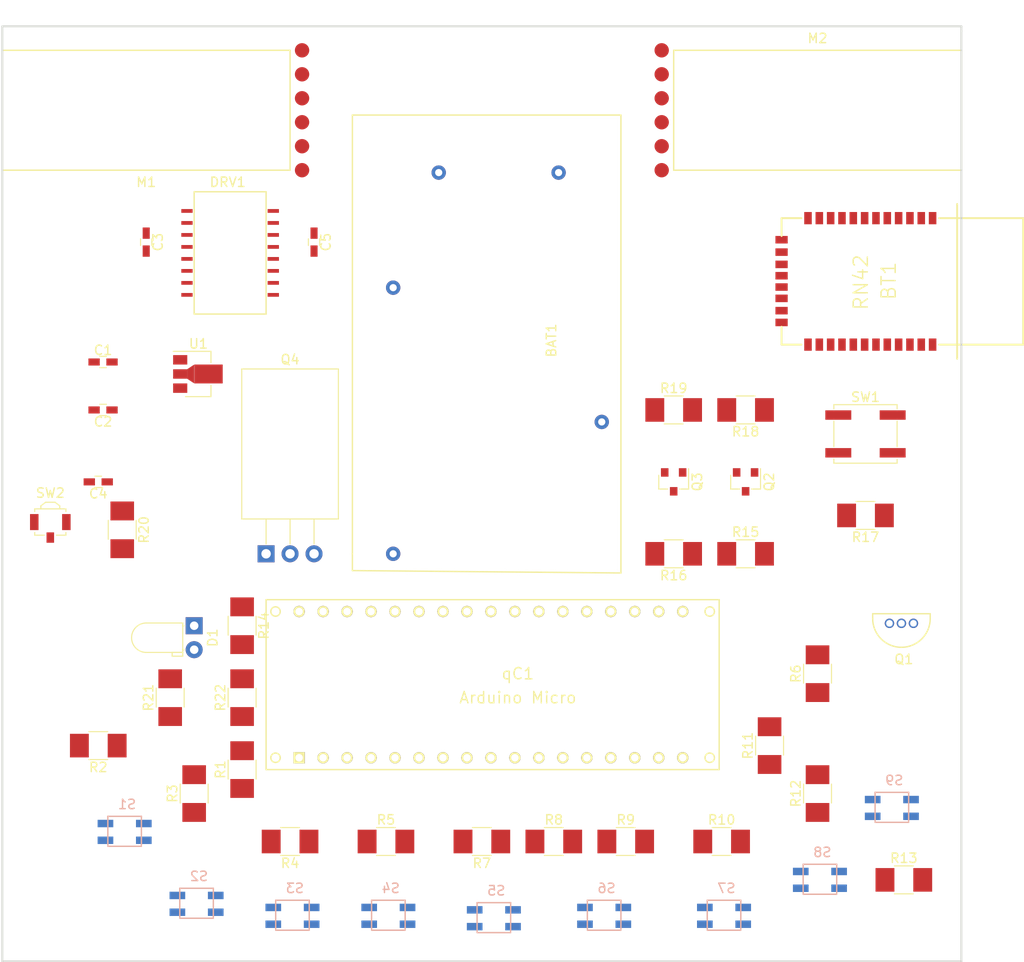
<source format=kicad_pcb>
(kicad_pcb (version 4) (host pcbnew 4.0.5)

  (general
    (links 132)
    (no_connects 132)
    (area -122.020001 53.239999 -20.219999 152.500001)
    (thickness 1.6)
    (drawings 5)
    (tracks 0)
    (zones 0)
    (modules 50)
    (nets 81)
  )

  (page A4)
  (layers
    (0 F.Cu signal)
    (31 B.Cu signal)
    (32 B.Adhes user)
    (33 F.Adhes user)
    (34 B.Paste user)
    (35 F.Paste user)
    (36 B.SilkS user)
    (37 F.SilkS user)
    (38 B.Mask user)
    (39 F.Mask user)
    (40 Dwgs.User user)
    (41 Cmts.User user)
    (42 Eco1.User user)
    (43 Eco2.User user)
    (44 Edge.Cuts user)
    (45 Margin user)
    (46 B.CrtYd user)
    (47 F.CrtYd user)
    (48 B.Fab user)
    (49 F.Fab user)
  )

  (setup
    (last_trace_width 0.25)
    (trace_clearance 0.2)
    (zone_clearance 0.508)
    (zone_45_only yes)
    (trace_min 0.2)
    (segment_width 0.2)
    (edge_width 0.2)
    (via_size 0.6)
    (via_drill 0.4)
    (via_min_size 0.4)
    (via_min_drill 0.3)
    (uvia_size 0.3)
    (uvia_drill 0.1)
    (uvias_allowed no)
    (uvia_min_size 0.2)
    (uvia_min_drill 0.1)
    (pcb_text_width 0.3)
    (pcb_text_size 1.5 1.5)
    (mod_edge_width 0.15)
    (mod_text_size 1 1)
    (mod_text_width 0.15)
    (pad_size 1.524 1.524)
    (pad_drill 0.762)
    (pad_to_mask_clearance 0.2)
    (aux_axis_origin 0 0)
    (visible_elements 7FFFF7FF)
    (pcbplotparams
      (layerselection 0x00030_80000001)
      (usegerberextensions false)
      (excludeedgelayer true)
      (linewidth 0.100000)
      (plotframeref false)
      (viasonmask false)
      (mode 1)
      (useauxorigin false)
      (hpglpennumber 1)
      (hpglpenspeed 20)
      (hpglpendiameter 15)
      (hpglpenoverlay 2)
      (psnegative false)
      (psa4output false)
      (plotreference true)
      (plotvalue true)
      (plotinvisibletext false)
      (padsonsilk false)
      (subtractmaskfromsilk false)
      (outputformat 1)
      (mirror false)
      (drillshape 1)
      (scaleselection 1)
      (outputdirectory ""))
  )

  (net 0 "")
  (net 1 +9VA)
  (net 2 "Net-(BAT1-Pad2)")
  (net 3 GND)
  (net 4 "Net-(BT1-Pad2)")
  (net 5 "Net-(BT1-Pad3)")
  (net 6 "Net-(BT1-Pad4)")
  (net 7 "Net-(BT1-Pad5)")
  (net 8 "Net-(BT1-Pad6)")
  (net 9 "Net-(BT1-Pad7)")
  (net 10 "Net-(BT1-Pad8)")
  (net 11 "Net-(BT1-Pad9)")
  (net 12 "Net-(BT1-Pad10)")
  (net 13 +3V3)
  (net 14 "Net-(BT1-Pad35)")
  (net 15 "Net-(BT1-Pad34)")
  (net 16 "Net-(BT1-Pad33)")
  (net 17 "Net-(BT1-Pad32)")
  (net 18 "Net-(BT1-Pad31)")
  (net 19 "Net-(BT1-Pad30)")
  (net 20 /BTTX)
  (net 21 /BTRX)
  (net 22 "Net-(BT1-Pad15)")
  (net 23 "Net-(BT1-Pad16)")
  (net 24 "Net-(BT1-Pad17)")
  (net 25 "Net-(BT1-Pad18)")
  (net 26 "Net-(BT1-Pad19)")
  (net 27 "Net-(BT1-Pad20)")
  (net 28 "Net-(BT1-Pad21)")
  (net 29 "Net-(BT1-Pad22)")
  (net 30 "Net-(BT1-Pad23)")
  (net 31 "Net-(BT1-Pad24)")
  (net 32 +9V)
  (net 33 "Net-(C2-Pad1)")
  (net 34 "Net-(C3-Pad1)")
  (net 35 "Net-(C3-Pad2)")
  (net 36 "Net-(C5-Pad1)")
  (net 37 "Net-(C5-Pad2)")
  (net 38 "Net-(D1-Pad2)")
  (net 39 +5V)
  (net 40 /PWML1)
  (net 41 /PWML2)
  (net 42 /PWMR1)
  (net 43 /PWMR2)
  (net 44 /ENCLB)
  (net 45 /ENCLA)
  (net 46 /ENCRA)
  (net 47 /ENCRB)
  (net 48 "Net-(Q1-Pad2)")
  (net 49 "Net-(Q1-Pad1)")
  (net 50 "Net-(Q3-Pad2)")
  (net 51 "Net-(Q4-Pad1)")
  (net 52 /LED)
  (net 53 "Net-(qC1-Pad33)")
  (net 54 "Net-(qC1-Pad30)")
  (net 55 "Net-(qC1-Pad28)")
  (net 56 "Net-(qC1-Pad27)")
  (net 57 /LS9)
  (net 58 /LS8)
  (net 59 /LS7)
  (net 60 /LS6)
  (net 61 /LS5)
  (net 62 /LS4)
  (net 63 "Net-(qC1-Pad20)")
  (net 64 /LON)
  (net 65 "Net-(qC1-Pad5)")
  (net 66 /LS1)
  (net 67 /BUT)
  (net 68 /VBAT)
  (net 69 /LS2)
  (net 70 /LS3)
  (net 71 "Net-(R1-Pad2)")
  (net 72 "Net-(R5-Pad2)")
  (net 73 "Net-(R10-Pad2)")
  (net 74 "Net-(S1-Pad2)")
  (net 75 "Net-(S2-Pad2)")
  (net 76 "Net-(S4-Pad2)")
  (net 77 "Net-(S5-Pad2)")
  (net 78 "Net-(S6-Pad3)")
  (net 79 "Net-(S7-Pad2)")
  (net 80 "Net-(S8-Pad2)")

  (net_class Default "This is the default net class."
    (clearance 0.2)
    (trace_width 0.25)
    (via_dia 0.6)
    (via_drill 0.4)
    (uvia_dia 0.3)
    (uvia_drill 0.1)
    (add_net /BTRX)
    (add_net /BTTX)
    (add_net /BUT)
    (add_net /ENCLA)
    (add_net /ENCLB)
    (add_net /ENCRA)
    (add_net /ENCRB)
    (add_net /LED)
    (add_net /LON)
    (add_net /LS1)
    (add_net /LS2)
    (add_net /LS3)
    (add_net /LS4)
    (add_net /LS5)
    (add_net /LS6)
    (add_net /LS7)
    (add_net /LS8)
    (add_net /LS9)
    (add_net /PWML1)
    (add_net /PWML2)
    (add_net /PWMR1)
    (add_net /PWMR2)
    (add_net /VBAT)
    (add_net "Net-(BAT1-Pad2)")
    (add_net "Net-(BT1-Pad10)")
    (add_net "Net-(BT1-Pad15)")
    (add_net "Net-(BT1-Pad16)")
    (add_net "Net-(BT1-Pad17)")
    (add_net "Net-(BT1-Pad18)")
    (add_net "Net-(BT1-Pad19)")
    (add_net "Net-(BT1-Pad2)")
    (add_net "Net-(BT1-Pad20)")
    (add_net "Net-(BT1-Pad21)")
    (add_net "Net-(BT1-Pad22)")
    (add_net "Net-(BT1-Pad23)")
    (add_net "Net-(BT1-Pad24)")
    (add_net "Net-(BT1-Pad3)")
    (add_net "Net-(BT1-Pad30)")
    (add_net "Net-(BT1-Pad31)")
    (add_net "Net-(BT1-Pad32)")
    (add_net "Net-(BT1-Pad33)")
    (add_net "Net-(BT1-Pad34)")
    (add_net "Net-(BT1-Pad35)")
    (add_net "Net-(BT1-Pad4)")
    (add_net "Net-(BT1-Pad5)")
    (add_net "Net-(BT1-Pad6)")
    (add_net "Net-(BT1-Pad7)")
    (add_net "Net-(BT1-Pad8)")
    (add_net "Net-(BT1-Pad9)")
    (add_net "Net-(C2-Pad1)")
    (add_net "Net-(C3-Pad1)")
    (add_net "Net-(C3-Pad2)")
    (add_net "Net-(C5-Pad1)")
    (add_net "Net-(C5-Pad2)")
    (add_net "Net-(D1-Pad2)")
    (add_net "Net-(Q1-Pad1)")
    (add_net "Net-(Q1-Pad2)")
    (add_net "Net-(Q3-Pad2)")
    (add_net "Net-(Q4-Pad1)")
    (add_net "Net-(R1-Pad2)")
    (add_net "Net-(R10-Pad2)")
    (add_net "Net-(R5-Pad2)")
    (add_net "Net-(S1-Pad2)")
    (add_net "Net-(S2-Pad2)")
    (add_net "Net-(S4-Pad2)")
    (add_net "Net-(S5-Pad2)")
    (add_net "Net-(S6-Pad3)")
    (add_net "Net-(S7-Pad2)")
    (add_net "Net-(S8-Pad2)")
    (add_net "Net-(qC1-Pad20)")
    (add_net "Net-(qC1-Pad27)")
    (add_net "Net-(qC1-Pad28)")
    (add_net "Net-(qC1-Pad30)")
    (add_net "Net-(qC1-Pad33)")
    (add_net "Net-(qC1-Pad5)")
  )

  (net_class PWR ""
    (clearance 0.2)
    (trace_width 0.75)
    (via_dia 0.75)
    (via_drill 0.4)
    (uvia_dia 0.3)
    (uvia_drill 0.1)
    (add_net +3V3)
    (add_net +5V)
    (add_net +9V)
    (add_net +9VA)
    (add_net GND)
  )

  (module "HPCBMotor:HPCB Motor (Pololu)" (layer F.Cu) (tedit 58D56175) (tstamp 58D6476F)
    (at -20.32 50.8 180)
    (path /58D35D0E)
    (fp_text reference M2 (at 15.24 -3.81 180) (layer F.SilkS)
      (effects (font (size 1 1) (thickness 0.15)))
    )
    (fp_text value "Motor Desni" (at 15.24 -19.05 180) (layer F.Fab)
      (effects (font (size 1 1) (thickness 0.15)))
    )
    (fp_line (start 0 -5.08) (end 30.48 -5.08) (layer F.SilkS) (width 0.15))
    (fp_line (start 30.48 -5.08) (end 30.48 -17.78) (layer F.SilkS) (width 0.15))
    (fp_line (start 30.48 -17.78) (end 0 -17.78) (layer F.SilkS) (width 0.15))
    (fp_line (start 0 -17.78) (end 0 -5.08) (layer F.SilkS) (width 0.15))
    (pad 1 smd circle (at 31.75 -17.78 180) (size 1.524 1.524) (layers F.Cu F.Paste F.Mask)
      (net 36 "Net-(C5-Pad1)"))
    (pad 2 smd circle (at 31.75 -15.24 180) (size 1.524 1.524) (layers F.Cu F.Paste F.Mask)
      (net 37 "Net-(C5-Pad2)"))
    (pad 3 smd circle (at 31.75 -12.7 180) (size 1.524 1.524) (layers F.Cu F.Paste F.Mask)
      (net 39 +5V))
    (pad 4 smd circle (at 31.75 -10.16 180) (size 1.524 1.524) (layers F.Cu F.Paste F.Mask)
      (net 46 /ENCRA))
    (pad 5 smd circle (at 31.75 -7.62 180) (size 1.524 1.524) (layers F.Cu F.Paste F.Mask)
      (net 47 /ENCRB))
    (pad 6 smd circle (at 31.75 -5.08 180) (size 1.524 1.524) (layers F.Cu F.Paste F.Mask)
      (net 3 GND))
  )

  (module 9VBattery_holder:12BH611-GR (layer F.Cu) (tedit 58D6319B) (tstamp 58D646FB)
    (at -58.42 109.22 90)
    (path /58D35D0F)
    (fp_text reference BAT1 (at 22.606 -5.334 90) (layer F.SilkS)
      (effects (font (size 1 1) (thickness 0.15)))
    )
    (fp_text value Baterija (at 22.098 -13.208 90) (layer F.Fab)
      (effects (font (size 1 1) (thickness 0.15)))
    )
    (fp_line (start -1.778 -26.416) (end 0 -26.416) (layer F.SilkS) (width 0.15))
    (fp_line (start 0 -26.416) (end 46.482 -26.416) (layer F.SilkS) (width 0.15))
    (fp_line (start 46.482 -26.416) (end 46.482 2.032) (layer F.SilkS) (width 0.15))
    (fp_line (start 46.482 2.032) (end -2.032 2.032) (layer F.SilkS) (width 0.15))
    (fp_line (start -2.032 2.032) (end -1.778 -26.416) (layer F.SilkS) (width 0.15))
    (pad 1 thru_hole circle (at 40.386 -17.272 90) (size 1.524 1.524) (drill 0.762) (layers *.Cu *.Mask)
      (net 1 +9VA))
    (pad 2 thru_hole circle (at 40.386 -4.572 90) (size 1.524 1.524) (drill 0.762) (layers *.Cu *.Mask)
      (net 2 "Net-(BAT1-Pad2)"))
    (pad "" np_thru_hole circle (at 0 -22.098 90) (size 1.524 1.524) (drill 0.762) (layers *.Cu *.Mask))
    (pad "" np_thru_hole circle (at 28.194 -22.098 90) (size 1.524 1.524) (drill 0.762) (layers *.Cu *.Mask))
    (pad "" np_thru_hole circle (at 13.97 0 90) (size 1.524 1.524) (drill 0.762) (layers *.Cu *.Mask))
  )

  (module Capacitors_SMD:C_0603_HandSoldering (layer F.Cu) (tedit 58AA848B) (tstamp 58D64729)
    (at -111.252 88.9)
    (descr "Capacitor SMD 0603, hand soldering")
    (tags "capacitor 0603")
    (path /58D35D2A)
    (attr smd)
    (fp_text reference C1 (at 0 -1.25) (layer F.SilkS)
      (effects (font (size 1 1) (thickness 0.15)))
    )
    (fp_text value 1uF (at 0 1.5) (layer F.Fab)
      (effects (font (size 1 1) (thickness 0.15)))
    )
    (fp_text user %R (at 0 -1.25) (layer F.Fab)
      (effects (font (size 1 1) (thickness 0.15)))
    )
    (fp_line (start -0.8 0.4) (end -0.8 -0.4) (layer F.Fab) (width 0.1))
    (fp_line (start 0.8 0.4) (end -0.8 0.4) (layer F.Fab) (width 0.1))
    (fp_line (start 0.8 -0.4) (end 0.8 0.4) (layer F.Fab) (width 0.1))
    (fp_line (start -0.8 -0.4) (end 0.8 -0.4) (layer F.Fab) (width 0.1))
    (fp_line (start -0.35 -0.6) (end 0.35 -0.6) (layer F.SilkS) (width 0.12))
    (fp_line (start 0.35 0.6) (end -0.35 0.6) (layer F.SilkS) (width 0.12))
    (fp_line (start -1.8 -0.65) (end 1.8 -0.65) (layer F.CrtYd) (width 0.05))
    (fp_line (start -1.8 -0.65) (end -1.8 0.65) (layer F.CrtYd) (width 0.05))
    (fp_line (start 1.8 0.65) (end 1.8 -0.65) (layer F.CrtYd) (width 0.05))
    (fp_line (start 1.8 0.65) (end -1.8 0.65) (layer F.CrtYd) (width 0.05))
    (pad 1 smd rect (at -0.95 0) (size 1.2 0.75) (layers F.Cu F.Paste F.Mask)
      (net 32 +9V))
    (pad 2 smd rect (at 0.95 0) (size 1.2 0.75) (layers F.Cu F.Paste F.Mask)
      (net 3 GND))
    (model Capacitors_SMD.3dshapes/C_0603.wrl
      (at (xyz 0 0 0))
      (scale (xyz 1 1 1))
      (rotate (xyz 0 0 0))
    )
  )

  (module Capacitors_SMD:C_0603_HandSoldering (layer F.Cu) (tedit 58AA848B) (tstamp 58D6472F)
    (at -111.252 93.98 180)
    (descr "Capacitor SMD 0603, hand soldering")
    (tags "capacitor 0603")
    (path /58D35D2B)
    (attr smd)
    (fp_text reference C2 (at 0 -1.25 180) (layer F.SilkS)
      (effects (font (size 1 1) (thickness 0.15)))
    )
    (fp_text value 1uF (at 0 1.5 180) (layer F.Fab)
      (effects (font (size 1 1) (thickness 0.15)))
    )
    (fp_text user %R (at 0 -1.25 180) (layer F.Fab)
      (effects (font (size 1 1) (thickness 0.15)))
    )
    (fp_line (start -0.8 0.4) (end -0.8 -0.4) (layer F.Fab) (width 0.1))
    (fp_line (start 0.8 0.4) (end -0.8 0.4) (layer F.Fab) (width 0.1))
    (fp_line (start 0.8 -0.4) (end 0.8 0.4) (layer F.Fab) (width 0.1))
    (fp_line (start -0.8 -0.4) (end 0.8 -0.4) (layer F.Fab) (width 0.1))
    (fp_line (start -0.35 -0.6) (end 0.35 -0.6) (layer F.SilkS) (width 0.12))
    (fp_line (start 0.35 0.6) (end -0.35 0.6) (layer F.SilkS) (width 0.12))
    (fp_line (start -1.8 -0.65) (end 1.8 -0.65) (layer F.CrtYd) (width 0.05))
    (fp_line (start -1.8 -0.65) (end -1.8 0.65) (layer F.CrtYd) (width 0.05))
    (fp_line (start 1.8 0.65) (end 1.8 -0.65) (layer F.CrtYd) (width 0.05))
    (fp_line (start 1.8 0.65) (end -1.8 0.65) (layer F.CrtYd) (width 0.05))
    (pad 1 smd rect (at -0.95 0 180) (size 1.2 0.75) (layers F.Cu F.Paste F.Mask)
      (net 33 "Net-(C2-Pad1)"))
    (pad 2 smd rect (at 0.95 0 180) (size 1.2 0.75) (layers F.Cu F.Paste F.Mask)
      (net 3 GND))
    (model Capacitors_SMD.3dshapes/C_0603.wrl
      (at (xyz 0 0 0))
      (scale (xyz 1 1 1))
      (rotate (xyz 0 0 0))
    )
  )

  (module Capacitors_SMD:C_0603_HandSoldering (layer F.Cu) (tedit 58AA848B) (tstamp 58D64735)
    (at -106.68 76.2 270)
    (descr "Capacitor SMD 0603, hand soldering")
    (tags "capacitor 0603")
    (path /58D35D07)
    (attr smd)
    (fp_text reference C3 (at 0 -1.25 270) (layer F.SilkS)
      (effects (font (size 1 1) (thickness 0.15)))
    )
    (fp_text value CM1 (at 0 1.5 270) (layer F.Fab)
      (effects (font (size 1 1) (thickness 0.15)))
    )
    (fp_text user %R (at 0 -1.25 270) (layer F.Fab)
      (effects (font (size 1 1) (thickness 0.15)))
    )
    (fp_line (start -0.8 0.4) (end -0.8 -0.4) (layer F.Fab) (width 0.1))
    (fp_line (start 0.8 0.4) (end -0.8 0.4) (layer F.Fab) (width 0.1))
    (fp_line (start 0.8 -0.4) (end 0.8 0.4) (layer F.Fab) (width 0.1))
    (fp_line (start -0.8 -0.4) (end 0.8 -0.4) (layer F.Fab) (width 0.1))
    (fp_line (start -0.35 -0.6) (end 0.35 -0.6) (layer F.SilkS) (width 0.12))
    (fp_line (start 0.35 0.6) (end -0.35 0.6) (layer F.SilkS) (width 0.12))
    (fp_line (start -1.8 -0.65) (end 1.8 -0.65) (layer F.CrtYd) (width 0.05))
    (fp_line (start -1.8 -0.65) (end -1.8 0.65) (layer F.CrtYd) (width 0.05))
    (fp_line (start 1.8 0.65) (end 1.8 -0.65) (layer F.CrtYd) (width 0.05))
    (fp_line (start 1.8 0.65) (end -1.8 0.65) (layer F.CrtYd) (width 0.05))
    (pad 1 smd rect (at -0.95 0 270) (size 1.2 0.75) (layers F.Cu F.Paste F.Mask)
      (net 34 "Net-(C3-Pad1)"))
    (pad 2 smd rect (at 0.95 0 270) (size 1.2 0.75) (layers F.Cu F.Paste F.Mask)
      (net 35 "Net-(C3-Pad2)"))
    (model Capacitors_SMD.3dshapes/C_0603.wrl
      (at (xyz 0 0 0))
      (scale (xyz 1 1 1))
      (rotate (xyz 0 0 0))
    )
  )

  (module Capacitors_SMD:C_0603_HandSoldering (layer F.Cu) (tedit 58AA848B) (tstamp 58D6473B)
    (at -111.76 101.6 180)
    (descr "Capacitor SMD 0603, hand soldering")
    (tags "capacitor 0603")
    (path /58D35D1A)
    (attr smd)
    (fp_text reference C4 (at 0 -1.25 180) (layer F.SilkS)
      (effects (font (size 1 1) (thickness 0.15)))
    )
    (fp_text value 22uF (at 0 1.5 180) (layer F.Fab)
      (effects (font (size 1 1) (thickness 0.15)))
    )
    (fp_text user %R (at 0 -1.25 180) (layer F.Fab)
      (effects (font (size 1 1) (thickness 0.15)))
    )
    (fp_line (start -0.8 0.4) (end -0.8 -0.4) (layer F.Fab) (width 0.1))
    (fp_line (start 0.8 0.4) (end -0.8 0.4) (layer F.Fab) (width 0.1))
    (fp_line (start 0.8 -0.4) (end 0.8 0.4) (layer F.Fab) (width 0.1))
    (fp_line (start -0.8 -0.4) (end 0.8 -0.4) (layer F.Fab) (width 0.1))
    (fp_line (start -0.35 -0.6) (end 0.35 -0.6) (layer F.SilkS) (width 0.12))
    (fp_line (start 0.35 0.6) (end -0.35 0.6) (layer F.SilkS) (width 0.12))
    (fp_line (start -1.8 -0.65) (end 1.8 -0.65) (layer F.CrtYd) (width 0.05))
    (fp_line (start -1.8 -0.65) (end -1.8 0.65) (layer F.CrtYd) (width 0.05))
    (fp_line (start 1.8 0.65) (end 1.8 -0.65) (layer F.CrtYd) (width 0.05))
    (fp_line (start 1.8 0.65) (end -1.8 0.65) (layer F.CrtYd) (width 0.05))
    (pad 1 smd rect (at -0.95 0 180) (size 1.2 0.75) (layers F.Cu F.Paste F.Mask)
      (net 1 +9VA))
    (pad 2 smd rect (at 0.95 0 180) (size 1.2 0.75) (layers F.Cu F.Paste F.Mask)
      (net 2 "Net-(BAT1-Pad2)"))
    (model Capacitors_SMD.3dshapes/C_0603.wrl
      (at (xyz 0 0 0))
      (scale (xyz 1 1 1))
      (rotate (xyz 0 0 0))
    )
  )

  (module Capacitors_SMD:C_0603_HandSoldering (layer F.Cu) (tedit 58AA848B) (tstamp 58D64741)
    (at -88.9 76.2 270)
    (descr "Capacitor SMD 0603, hand soldering")
    (tags "capacitor 0603")
    (path /58D35D0B)
    (attr smd)
    (fp_text reference C5 (at 0 -1.25 270) (layer F.SilkS)
      (effects (font (size 1 1) (thickness 0.15)))
    )
    (fp_text value CM2 (at 0 1.5 270) (layer F.Fab)
      (effects (font (size 1 1) (thickness 0.15)))
    )
    (fp_text user %R (at 0 -1.25 270) (layer F.Fab)
      (effects (font (size 1 1) (thickness 0.15)))
    )
    (fp_line (start -0.8 0.4) (end -0.8 -0.4) (layer F.Fab) (width 0.1))
    (fp_line (start 0.8 0.4) (end -0.8 0.4) (layer F.Fab) (width 0.1))
    (fp_line (start 0.8 -0.4) (end 0.8 0.4) (layer F.Fab) (width 0.1))
    (fp_line (start -0.8 -0.4) (end 0.8 -0.4) (layer F.Fab) (width 0.1))
    (fp_line (start -0.35 -0.6) (end 0.35 -0.6) (layer F.SilkS) (width 0.12))
    (fp_line (start 0.35 0.6) (end -0.35 0.6) (layer F.SilkS) (width 0.12))
    (fp_line (start -1.8 -0.65) (end 1.8 -0.65) (layer F.CrtYd) (width 0.05))
    (fp_line (start -1.8 -0.65) (end -1.8 0.65) (layer F.CrtYd) (width 0.05))
    (fp_line (start 1.8 0.65) (end 1.8 -0.65) (layer F.CrtYd) (width 0.05))
    (fp_line (start 1.8 0.65) (end -1.8 0.65) (layer F.CrtYd) (width 0.05))
    (pad 1 smd rect (at -0.95 0 270) (size 1.2 0.75) (layers F.Cu F.Paste F.Mask)
      (net 36 "Net-(C5-Pad1)"))
    (pad 2 smd rect (at 0.95 0 270) (size 1.2 0.75) (layers F.Cu F.Paste F.Mask)
      (net 37 "Net-(C5-Pad2)"))
    (model Capacitors_SMD.3dshapes/C_0603.wrl
      (at (xyz 0 0 0))
      (scale (xyz 1 1 1))
      (rotate (xyz 0 0 0))
    )
  )

  (module LEDs:LED_D3.0mm_Horizontal_O1.27mm_Z2.0mm (layer F.Cu) (tedit 5880A862) (tstamp 58D64747)
    (at -101.6 116.84 270)
    (descr "LED, diameter 3.0mm z-position of LED center 2.0mm, 2 pins")
    (tags "LED diameter 3.0mm z-position of LED center 2.0mm 2 pins")
    (path /58D4E16E)
    (fp_text reference D1 (at 1.27 -1.96 270) (layer F.SilkS)
      (effects (font (size 1 1) (thickness 0.15)))
    )
    (fp_text value LED (at 1.27 7.63 270) (layer F.Fab)
      (effects (font (size 1 1) (thickness 0.15)))
    )
    (fp_arc (start 1.27 5.07) (end -0.23 5.07) (angle -180) (layer F.Fab) (width 0.1))
    (fp_arc (start 1.27 5.07) (end -0.29 5.07) (angle -180) (layer F.SilkS) (width 0.12))
    (fp_line (start -0.23 1.27) (end -0.23 5.07) (layer F.Fab) (width 0.1))
    (fp_line (start 2.77 1.27) (end 2.77 5.07) (layer F.Fab) (width 0.1))
    (fp_line (start -0.23 1.27) (end 2.77 1.27) (layer F.Fab) (width 0.1))
    (fp_line (start 3.17 1.27) (end 3.17 2.27) (layer F.Fab) (width 0.1))
    (fp_line (start 3.17 2.27) (end 2.77 2.27) (layer F.Fab) (width 0.1))
    (fp_line (start 2.77 2.27) (end 2.77 1.27) (layer F.Fab) (width 0.1))
    (fp_line (start 2.77 1.27) (end 3.17 1.27) (layer F.Fab) (width 0.1))
    (fp_line (start 0 0) (end 0 1.27) (layer F.Fab) (width 0.1))
    (fp_line (start 0 1.27) (end 0 1.27) (layer F.Fab) (width 0.1))
    (fp_line (start 0 1.27) (end 0 0) (layer F.Fab) (width 0.1))
    (fp_line (start 0 0) (end 0 0) (layer F.Fab) (width 0.1))
    (fp_line (start 2.54 0) (end 2.54 1.27) (layer F.Fab) (width 0.1))
    (fp_line (start 2.54 1.27) (end 2.54 1.27) (layer F.Fab) (width 0.1))
    (fp_line (start 2.54 1.27) (end 2.54 0) (layer F.Fab) (width 0.1))
    (fp_line (start 2.54 0) (end 2.54 0) (layer F.Fab) (width 0.1))
    (fp_line (start -0.29 1.21) (end -0.29 5.07) (layer F.SilkS) (width 0.12))
    (fp_line (start 2.83 1.21) (end 2.83 5.07) (layer F.SilkS) (width 0.12))
    (fp_line (start -0.29 1.21) (end 2.83 1.21) (layer F.SilkS) (width 0.12))
    (fp_line (start 3.23 1.21) (end 3.23 2.33) (layer F.SilkS) (width 0.12))
    (fp_line (start 3.23 2.33) (end 2.83 2.33) (layer F.SilkS) (width 0.12))
    (fp_line (start 2.83 2.33) (end 2.83 1.21) (layer F.SilkS) (width 0.12))
    (fp_line (start 2.83 1.21) (end 3.23 1.21) (layer F.SilkS) (width 0.12))
    (fp_line (start 0 1.08) (end 0 1.21) (layer F.SilkS) (width 0.12))
    (fp_line (start 0 1.21) (end 0 1.21) (layer F.SilkS) (width 0.12))
    (fp_line (start 0 1.21) (end 0 1.08) (layer F.SilkS) (width 0.12))
    (fp_line (start 0 1.08) (end 0 1.08) (layer F.SilkS) (width 0.12))
    (fp_line (start 2.54 1.08) (end 2.54 1.21) (layer F.SilkS) (width 0.12))
    (fp_line (start 2.54 1.21) (end 2.54 1.21) (layer F.SilkS) (width 0.12))
    (fp_line (start 2.54 1.21) (end 2.54 1.08) (layer F.SilkS) (width 0.12))
    (fp_line (start 2.54 1.08) (end 2.54 1.08) (layer F.SilkS) (width 0.12))
    (fp_line (start -1.25 -1.25) (end -1.25 6.9) (layer F.CrtYd) (width 0.05))
    (fp_line (start -1.25 6.9) (end 3.75 6.9) (layer F.CrtYd) (width 0.05))
    (fp_line (start 3.75 6.9) (end 3.75 -1.25) (layer F.CrtYd) (width 0.05))
    (fp_line (start 3.75 -1.25) (end -1.25 -1.25) (layer F.CrtYd) (width 0.05))
    (pad 1 thru_hole rect (at 0 0 270) (size 1.8 1.8) (drill 0.9) (layers *.Cu *.Mask)
      (net 3 GND))
    (pad 2 thru_hole circle (at 2.54 0 270) (size 1.8 1.8) (drill 0.9) (layers *.Cu *.Mask)
      (net 38 "Net-(D1-Pad2)"))
    (model LEDs.3dshapes/LED_D3.0mm_Horizontal_O1.27mm_Z2.0mm.wrl
      (at (xyz 0 0 0))
      (scale (xyz 0.393701 0.393701 0.393701))
      (rotate (xyz 0 0 0))
    )
  )

  (module L293D:L293D (layer F.Cu) (tedit 58D56BB4) (tstamp 58D6475B)
    (at -93.98 83.82 90)
    (path /58D35D06)
    (fp_text reference DRV1 (at 13.97 -4.064 180) (layer F.SilkS)
      (effects (font (size 1 1) (thickness 0.15)))
    )
    (fp_text value L293 (at -1.016 -4.064 180) (layer F.Fab)
      (effects (font (size 1 1) (thickness 0.15)))
    )
    (fp_line (start 12.954 0) (end 12.954 -7.62) (layer F.SilkS) (width 0.15))
    (fp_line (start 12.954 -7.62) (end 0 -7.62) (layer F.SilkS) (width 0.15))
    (fp_line (start 0 -7.62) (end 0 0) (layer F.SilkS) (width 0.15))
    (fp_line (start 0 0) (end 12.954 0) (layer F.SilkS) (width 0.15))
    (pad 1 smd rect (at 10.922 -8.382 90) (size 0.4 1.2) (layers F.Cu F.Paste F.Mask)
      (net 39 +5V))
    (pad 2 smd rect (at 9.652 -8.382 90) (size 0.4 1.2) (layers F.Cu F.Paste F.Mask)
      (net 40 /PWML1))
    (pad 3 smd rect (at 8.382 -8.382 90) (size 0.4 1.2) (layers F.Cu F.Paste F.Mask)
      (net 34 "Net-(C3-Pad1)"))
    (pad 4 smd rect (at 7.112 -8.382 90) (size 0.4 1.2) (layers F.Cu F.Paste F.Mask)
      (net 3 GND))
    (pad 5 smd rect (at 5.842 -8.382 90) (size 0.4 1.2) (layers F.Cu F.Paste F.Mask)
      (net 3 GND))
    (pad 6 smd rect (at 4.572 -8.382 90) (size 0.4 1.2) (layers F.Cu F.Paste F.Mask)
      (net 35 "Net-(C3-Pad2)"))
    (pad 7 smd rect (at 3.302 -8.382 90) (size 0.4 1.2) (layers F.Cu F.Paste F.Mask)
      (net 41 /PWML2))
    (pad 8 smd rect (at 2.032 -8.382 90) (size 0.4 1.2) (layers F.Cu F.Paste F.Mask)
      (net 32 +9V))
    (pad 9 smd rect (at 2.032 0.762 90) (size 0.4 1.2) (layers F.Cu F.Paste F.Mask)
      (net 39 +5V))
    (pad 10 smd rect (at 3.302 0.762 90) (size 0.4 1.2) (layers F.Cu F.Paste F.Mask)
      (net 42 /PWMR1))
    (pad 11 smd rect (at 4.572 0.762 90) (size 0.4 1.2) (layers F.Cu F.Paste F.Mask)
      (net 37 "Net-(C5-Pad2)"))
    (pad 12 smd rect (at 5.842 0.762 90) (size 0.4 1.2) (layers F.Cu F.Paste F.Mask)
      (net 3 GND))
    (pad 13 smd rect (at 7.112 0.762 90) (size 0.4 1.2) (layers F.Cu F.Paste F.Mask)
      (net 3 GND))
    (pad 14 smd rect (at 8.382 0.762 90) (size 0.4 1.2) (layers F.Cu F.Paste F.Mask)
      (net 36 "Net-(C5-Pad1)"))
    (pad 15 smd rect (at 9.652 0.762 90) (size 0.4 1.2) (layers F.Cu F.Paste F.Mask)
      (net 43 /PWMR2))
    (pad 16 smd rect (at 10.922 0.762 90) (size 0.4 1.2) (layers F.Cu F.Paste F.Mask)
      (net 39 +5V))
  )

  (module "HPCBMotor:HPCB Motor (Pololu)" (layer F.Cu) (tedit 58D56175) (tstamp 58D64765)
    (at -121.92 73.66)
    (path /58D35D05)
    (fp_text reference M1 (at 15.24 -3.81) (layer F.SilkS)
      (effects (font (size 1 1) (thickness 0.15)))
    )
    (fp_text value "Motor Levi" (at 15.24 -19.05) (layer F.Fab)
      (effects (font (size 1 1) (thickness 0.15)))
    )
    (fp_line (start 0 -5.08) (end 30.48 -5.08) (layer F.SilkS) (width 0.15))
    (fp_line (start 30.48 -5.08) (end 30.48 -17.78) (layer F.SilkS) (width 0.15))
    (fp_line (start 30.48 -17.78) (end 0 -17.78) (layer F.SilkS) (width 0.15))
    (fp_line (start 0 -17.78) (end 0 -5.08) (layer F.SilkS) (width 0.15))
    (pad 1 smd circle (at 31.75 -17.78) (size 1.524 1.524) (layers F.Cu F.Paste F.Mask)
      (net 34 "Net-(C3-Pad1)"))
    (pad 2 smd circle (at 31.75 -15.24) (size 1.524 1.524) (layers F.Cu F.Paste F.Mask)
      (net 35 "Net-(C3-Pad2)"))
    (pad 3 smd circle (at 31.75 -12.7) (size 1.524 1.524) (layers F.Cu F.Paste F.Mask)
      (net 39 +5V))
    (pad 4 smd circle (at 31.75 -10.16) (size 1.524 1.524) (layers F.Cu F.Paste F.Mask)
      (net 44 /ENCLB))
    (pad 5 smd circle (at 31.75 -7.62) (size 1.524 1.524) (layers F.Cu F.Paste F.Mask)
      (net 45 /ENCLA))
    (pad 6 smd circle (at 31.75 -5.08) (size 1.524 1.524) (layers F.Cu F.Paste F.Mask)
      (net 3 GND))
  )

  (module TO_SOT_Packages_SMD:SOT-23 (layer F.Cu) (tedit 58CE4E7E) (tstamp 58D6477D)
    (at -43.18 101.6 270)
    (descr "SOT-23, Standard")
    (tags SOT-23)
    (path /58D35D4E)
    (attr smd)
    (fp_text reference Q2 (at 0 -2.5 270) (layer F.SilkS)
      (effects (font (size 1 1) (thickness 0.15)))
    )
    (fp_text value BSS138 (at 0 2.5 270) (layer F.Fab)
      (effects (font (size 1 1) (thickness 0.15)))
    )
    (fp_text user %R (at 0 0 270) (layer F.Fab)
      (effects (font (size 0.5 0.5) (thickness 0.075)))
    )
    (fp_line (start -0.7 -0.95) (end -0.7 1.5) (layer F.Fab) (width 0.1))
    (fp_line (start -0.15 -1.52) (end 0.7 -1.52) (layer F.Fab) (width 0.1))
    (fp_line (start -0.7 -0.95) (end -0.15 -1.52) (layer F.Fab) (width 0.1))
    (fp_line (start 0.7 -1.52) (end 0.7 1.52) (layer F.Fab) (width 0.1))
    (fp_line (start -0.7 1.52) (end 0.7 1.52) (layer F.Fab) (width 0.1))
    (fp_line (start 0.76 1.58) (end 0.76 0.65) (layer F.SilkS) (width 0.12))
    (fp_line (start 0.76 -1.58) (end 0.76 -0.65) (layer F.SilkS) (width 0.12))
    (fp_line (start -1.7 -1.75) (end 1.7 -1.75) (layer F.CrtYd) (width 0.05))
    (fp_line (start 1.7 -1.75) (end 1.7 1.75) (layer F.CrtYd) (width 0.05))
    (fp_line (start 1.7 1.75) (end -1.7 1.75) (layer F.CrtYd) (width 0.05))
    (fp_line (start -1.7 1.75) (end -1.7 -1.75) (layer F.CrtYd) (width 0.05))
    (fp_line (start 0.76 -1.58) (end -1.4 -1.58) (layer F.SilkS) (width 0.12))
    (fp_line (start 0.76 1.58) (end -0.7 1.58) (layer F.SilkS) (width 0.12))
    (pad 1 smd rect (at -1 -0.95 270) (size 0.9 0.8) (layers F.Cu F.Paste F.Mask)
      (net 13 +3V3))
    (pad 2 smd rect (at -1 0.95 270) (size 0.9 0.8) (layers F.Cu F.Paste F.Mask)
      (net 20 /BTTX))
    (pad 3 smd rect (at 1 0 270) (size 0.9 0.8) (layers F.Cu F.Paste F.Mask)
      (net 21 /BTRX))
    (model ${KISYS3DMOD}/TO_SOT_Packages_SMD.3dshapes/SOT-23.wrl
      (at (xyz 0 0 0))
      (scale (xyz 1 1 1))
      (rotate (xyz 0 0 90))
    )
  )

  (module TO_SOT_Packages_SMD:SOT-23 (layer F.Cu) (tedit 58CE4E7E) (tstamp 58D64784)
    (at -50.8 101.6 270)
    (descr "SOT-23, Standard")
    (tags SOT-23)
    (path /58D35D53)
    (attr smd)
    (fp_text reference Q3 (at 0 -2.5 270) (layer F.SilkS)
      (effects (font (size 1 1) (thickness 0.15)))
    )
    (fp_text value BSS138 (at 0 2.5 270) (layer F.Fab)
      (effects (font (size 1 1) (thickness 0.15)))
    )
    (fp_text user %R (at 0 0 270) (layer F.Fab)
      (effects (font (size 0.5 0.5) (thickness 0.075)))
    )
    (fp_line (start -0.7 -0.95) (end -0.7 1.5) (layer F.Fab) (width 0.1))
    (fp_line (start -0.15 -1.52) (end 0.7 -1.52) (layer F.Fab) (width 0.1))
    (fp_line (start -0.7 -0.95) (end -0.15 -1.52) (layer F.Fab) (width 0.1))
    (fp_line (start 0.7 -1.52) (end 0.7 1.52) (layer F.Fab) (width 0.1))
    (fp_line (start -0.7 1.52) (end 0.7 1.52) (layer F.Fab) (width 0.1))
    (fp_line (start 0.76 1.58) (end 0.76 0.65) (layer F.SilkS) (width 0.12))
    (fp_line (start 0.76 -1.58) (end 0.76 -0.65) (layer F.SilkS) (width 0.12))
    (fp_line (start -1.7 -1.75) (end 1.7 -1.75) (layer F.CrtYd) (width 0.05))
    (fp_line (start 1.7 -1.75) (end 1.7 1.75) (layer F.CrtYd) (width 0.05))
    (fp_line (start 1.7 1.75) (end -1.7 1.75) (layer F.CrtYd) (width 0.05))
    (fp_line (start -1.7 1.75) (end -1.7 -1.75) (layer F.CrtYd) (width 0.05))
    (fp_line (start 0.76 -1.58) (end -1.4 -1.58) (layer F.SilkS) (width 0.12))
    (fp_line (start 0.76 1.58) (end -0.7 1.58) (layer F.SilkS) (width 0.12))
    (pad 1 smd rect (at -1 -0.95 270) (size 0.9 0.8) (layers F.Cu F.Paste F.Mask)
      (net 13 +3V3))
    (pad 2 smd rect (at -1 0.95 270) (size 0.9 0.8) (layers F.Cu F.Paste F.Mask)
      (net 50 "Net-(Q3-Pad2)"))
    (pad 3 smd rect (at 1 0 270) (size 0.9 0.8) (layers F.Cu F.Paste F.Mask)
      (net 20 /BTTX))
    (model ${KISYS3DMOD}/TO_SOT_Packages_SMD.3dshapes/SOT-23.wrl
      (at (xyz 0 0 0))
      (scale (xyz 1 1 1))
      (rotate (xyz 0 0 90))
    )
  )

  (module TO_SOT_Packages_THT:TO-220_Horizontal (layer F.Cu) (tedit 58CE52AD) (tstamp 58D6478C)
    (at -93.98 109.22)
    (descr "TO-220, Horizontal, RM 2.54mm")
    (tags "TO-220 Horizontal RM 2.54mm")
    (path /58D35D1C)
    (fp_text reference Q4 (at 2.54 -20.58) (layer F.SilkS)
      (effects (font (size 1 1) (thickness 0.15)))
    )
    (fp_text value Q_PMOS_GDS (at 2.54 1.9) (layer F.Fab)
      (effects (font (size 1 1) (thickness 0.15)))
    )
    (fp_text user %R (at 2.54 -20.58) (layer F.Fab)
      (effects (font (size 1 1) (thickness 0.15)))
    )
    (fp_line (start -2.46 -13.06) (end -2.46 -19.46) (layer F.Fab) (width 0.1))
    (fp_line (start -2.46 -19.46) (end 7.54 -19.46) (layer F.Fab) (width 0.1))
    (fp_line (start 7.54 -19.46) (end 7.54 -13.06) (layer F.Fab) (width 0.1))
    (fp_line (start 7.54 -13.06) (end -2.46 -13.06) (layer F.Fab) (width 0.1))
    (fp_line (start -2.46 -3.81) (end -2.46 -13.06) (layer F.Fab) (width 0.1))
    (fp_line (start -2.46 -13.06) (end 7.54 -13.06) (layer F.Fab) (width 0.1))
    (fp_line (start 7.54 -13.06) (end 7.54 -3.81) (layer F.Fab) (width 0.1))
    (fp_line (start 7.54 -3.81) (end -2.46 -3.81) (layer F.Fab) (width 0.1))
    (fp_line (start 0 -3.81) (end 0 0) (layer F.Fab) (width 0.1))
    (fp_line (start 2.54 -3.81) (end 2.54 0) (layer F.Fab) (width 0.1))
    (fp_line (start 5.08 -3.81) (end 5.08 0) (layer F.Fab) (width 0.1))
    (fp_line (start -2.58 -3.69) (end 7.66 -3.69) (layer F.SilkS) (width 0.12))
    (fp_line (start -2.58 -19.58) (end 7.66 -19.58) (layer F.SilkS) (width 0.12))
    (fp_line (start -2.58 -19.58) (end -2.58 -3.69) (layer F.SilkS) (width 0.12))
    (fp_line (start 7.66 -19.58) (end 7.66 -3.69) (layer F.SilkS) (width 0.12))
    (fp_line (start 0 -3.69) (end 0 -1.05) (layer F.SilkS) (width 0.12))
    (fp_line (start 2.54 -3.69) (end 2.54 -1.066) (layer F.SilkS) (width 0.12))
    (fp_line (start 5.08 -3.69) (end 5.08 -1.066) (layer F.SilkS) (width 0.12))
    (fp_line (start -2.71 -19.71) (end -2.71 1.15) (layer F.CrtYd) (width 0.05))
    (fp_line (start -2.71 1.15) (end 7.79 1.15) (layer F.CrtYd) (width 0.05))
    (fp_line (start 7.79 1.15) (end 7.79 -19.71) (layer F.CrtYd) (width 0.05))
    (fp_line (start 7.79 -19.71) (end -2.71 -19.71) (layer F.CrtYd) (width 0.05))
    (fp_circle (center 2.54 -16.66) (end 4.39 -16.66) (layer F.Fab) (width 0.1))
    (pad 0 np_thru_hole oval (at 2.54 -16.66) (size 3.5 3.5) (drill 3.5) (layers *.Cu *.Mask))
    (pad 1 thru_hole rect (at 0 0) (size 1.8 1.8) (drill 1) (layers *.Cu *.Mask)
      (net 51 "Net-(Q4-Pad1)"))
    (pad 2 thru_hole oval (at 2.54 0) (size 1.8 1.8) (drill 1) (layers *.Cu *.Mask)
      (net 1 +9VA))
    (pad 3 thru_hole oval (at 5.08 0) (size 1.8 1.8) (drill 1) (layers *.Cu *.Mask)
      (net 32 +9V))
    (model ${KISYS3DMOD}/TO_SOT_Packages_THT.3dshapes/TO-220_Horizontal.wrl
      (at (xyz 0.1 0 0))
      (scale (xyz 0.393701 0.393701 0.393701))
      (rotate (xyz 0 0 0))
    )
  )

  (module ArduinoMicro:ARDUINO_MICRO_SHIELD (layer F.Cu) (tedit 58D63EA1) (tstamp 58D647B2)
    (at -93.98 132.08)
    (tags "ARDUINO, MICRO")
    (path /58D35D04)
    (fp_text reference qC1 (at 26.67 -10.16) (layer F.SilkS)
      (effects (font (size 1.2 1.2) (thickness 0.15)))
    )
    (fp_text value "Arduino Micro" (at 26.67 -7.62) (layer F.SilkS)
      (effects (font (size 1.2 1.2) (thickness 0.15)))
    )
    (fp_circle (center 1 -1.254) (end 1.5 -1.254) (layer F.SilkS) (width 0.15))
    (fp_circle (center 1 -16.746) (end 1.5 -16.746) (layer F.SilkS) (width 0.15))
    (fp_circle (center 47 -1.254) (end 47.5 -1.254) (layer F.SilkS) (width 0.15))
    (fp_circle (center 47 -16.746) (end 47.5 -16.746) (layer F.SilkS) (width 0.15))
    (fp_line (start 0 -18) (end 48 -18) (layer F.SilkS) (width 0.15))
    (fp_line (start 48 -18) (end 48 0) (layer F.SilkS) (width 0.15))
    (fp_line (start 48 0) (end 0 0) (layer F.SilkS) (width 0.15))
    (fp_line (start 0 0) (end 0 -18) (layer F.SilkS) (width 0.15))
    (pad 34 thru_hole circle (at 3.5 -16.746) (size 1.2 1.2) (drill 0.8) (layers *.Cu *.Mask F.SilkS)
      (net 52 /LED))
    (pad 33 thru_hole circle (at 6.04 -16.746) (size 1.2 1.2) (drill 0.8) (layers *.Cu *.Mask F.SilkS)
      (net 53 "Net-(qC1-Pad33)"))
    (pad 32 thru_hole circle (at 8.58 -16.746) (size 1.2 1.2) (drill 0.8) (layers *.Cu *.Mask F.SilkS)
      (net 32 +9V))
    (pad 31 thru_hole circle (at 11.12 -16.746) (size 1.2 1.2) (drill 0.8) (layers *.Cu *.Mask F.SilkS)
      (net 3 GND))
    (pad 30 thru_hole circle (at 13.66 -16.746) (size 1.2 1.2) (drill 0.8) (layers *.Cu *.Mask F.SilkS)
      (net 54 "Net-(qC1-Pad30)"))
    (pad 29 thru_hole circle (at 16.2 -16.746) (size 1.2 1.2) (drill 0.8) (layers *.Cu *.Mask F.SilkS)
      (net 39 +5V))
    (pad 28 thru_hole circle (at 18.74 -16.746) (size 1.2 1.2) (drill 0.8) (layers *.Cu *.Mask F.SilkS)
      (net 55 "Net-(qC1-Pad28)"))
    (pad 27 thru_hole circle (at 21.28 -16.746) (size 1.2 1.2) (drill 0.8) (layers *.Cu *.Mask F.SilkS)
      (net 56 "Net-(qC1-Pad27)"))
    (pad 26 thru_hole circle (at 23.82 -16.746) (size 1.2 1.2) (drill 0.8) (layers *.Cu *.Mask F.SilkS)
      (net 57 /LS9))
    (pad 25 thru_hole circle (at 26.36 -16.746) (size 1.2 1.2) (drill 0.8) (layers *.Cu *.Mask F.SilkS)
      (net 58 /LS8))
    (pad 24 thru_hole circle (at 28.9 -16.746) (size 1.2 1.2) (drill 0.8) (layers *.Cu *.Mask F.SilkS)
      (net 59 /LS7))
    (pad 23 thru_hole circle (at 31.44 -16.746) (size 1.2 1.2) (drill 0.8) (layers *.Cu *.Mask F.SilkS)
      (net 60 /LS6))
    (pad 22 thru_hole circle (at 33.98 -16.746) (size 1.2 1.2) (drill 0.8) (layers *.Cu *.Mask F.SilkS)
      (net 61 /LS5))
    (pad 21 thru_hole circle (at 36.52 -16.746) (size 1.2 1.2) (drill 0.8) (layers *.Cu *.Mask F.SilkS)
      (net 62 /LS4))
    (pad 20 thru_hole circle (at 39.06 -16.746) (size 1.2 1.2) (drill 0.8) (layers *.Cu *.Mask F.SilkS)
      (net 63 "Net-(qC1-Pad20)"))
    (pad 19 thru_hole circle (at 41.6 -16.746) (size 1.2 1.2) (drill 0.8) (layers *.Cu *.Mask F.SilkS)
      (net 13 +3V3))
    (pad 18 thru_hole circle (at 44.14 -16.746) (size 1.2 1.2) (drill 0.8) (layers *.Cu *.Mask F.SilkS)
      (net 64 /LON))
    (pad 1 thru_hole rect (at 3.5 -1.254) (size 1.2 1.2) (drill 0.8) (layers *.Cu *.Mask F.SilkS)
      (net 21 /BTRX))
    (pad 2 thru_hole circle (at 6.04 -1.254) (size 1.2 1.2) (drill 0.8) (layers *.Cu *.Mask F.SilkS)
      (net 20 /BTTX))
    (pad 3 thru_hole circle (at 8.58 -1.254) (size 1.2 1.2) (drill 0.8) (layers *.Cu *.Mask F.SilkS)
      (net 45 /ENCLA))
    (pad 4 thru_hole circle (at 11.12 -1.254) (size 1.2 1.2) (drill 0.8) (layers *.Cu *.Mask F.SilkS)
      (net 44 /ENCLB))
    (pad 5 thru_hole circle (at 13.66 -1.254) (size 1.2 1.2) (drill 0.8) (layers *.Cu *.Mask F.SilkS)
      (net 65 "Net-(qC1-Pad5)"))
    (pad 6 thru_hole circle (at 16.2 -1.254) (size 1.2 1.2) (drill 0.8) (layers *.Cu *.Mask F.SilkS)
      (net 3 GND))
    (pad 7 thru_hole circle (at 18.74 -1.254) (size 1.2 1.2) (drill 0.8) (layers *.Cu *.Mask F.SilkS)
      (net 46 /ENCRA))
    (pad 8 thru_hole circle (at 21.28 -1.254) (size 1.2 1.2) (drill 0.8) (layers *.Cu *.Mask F.SilkS)
      (net 47 /ENCRB))
    (pad 9 thru_hole circle (at 23.82 -1.254) (size 1.2 1.2) (drill 0.8) (layers *.Cu *.Mask F.SilkS)
      (net 66 /LS1))
    (pad 10 thru_hole circle (at 26.36 -1.254) (size 1.2 1.2) (drill 0.8) (layers *.Cu *.Mask F.SilkS)
      (net 40 /PWML1))
    (pad 11 thru_hole circle (at 28.9 -1.254) (size 1.2 1.2) (drill 0.8) (layers *.Cu *.Mask F.SilkS)
      (net 41 /PWML2))
    (pad 12 thru_hole circle (at 31.44 -1.254) (size 1.2 1.2) (drill 0.8) (layers *.Cu *.Mask F.SilkS)
      (net 67 /BUT))
    (pad 13 thru_hole circle (at 33.98 -1.254) (size 1.2 1.2) (drill 0.8) (layers *.Cu *.Mask F.SilkS)
      (net 68 /VBAT))
    (pad 14 thru_hole circle (at 36.52 -1.254) (size 1.2 1.2) (drill 0.8) (layers *.Cu *.Mask F.SilkS)
      (net 69 /LS2))
    (pad 15 thru_hole circle (at 39.06 -1.254) (size 1.2 1.2) (drill 0.8) (layers *.Cu *.Mask F.SilkS)
      (net 42 /PWMR1))
    (pad 16 thru_hole circle (at 41.6 -1.254) (size 1.2 1.2) (drill 0.8) (layers *.Cu *.Mask F.SilkS)
      (net 43 /PWMR2))
    (pad 17 thru_hole circle (at 44.14 -1.254) (size 1.2 1.2) (drill 0.8) (layers *.Cu *.Mask F.SilkS)
      (net 70 /LS3))
  )

  (module Resistors_SMD:R_1210_HandSoldering (layer F.Cu) (tedit 58AADA46) (tstamp 58D647B8)
    (at -96.52 132.08 90)
    (descr "Resistor SMD 1210, hand soldering")
    (tags "resistor 1210")
    (path /58D35D27)
    (attr smd)
    (fp_text reference R1 (at 0 -2.3 90) (layer F.SilkS)
      (effects (font (size 1 1) (thickness 0.15)))
    )
    (fp_text value 10 (at 0 2.4 90) (layer F.Fab)
      (effects (font (size 1 1) (thickness 0.15)))
    )
    (fp_text user %R (at 0 -2.3 90) (layer F.Fab)
      (effects (font (size 1 1) (thickness 0.15)))
    )
    (fp_line (start -1.6 1.25) (end -1.6 -1.25) (layer F.Fab) (width 0.1))
    (fp_line (start 1.6 1.25) (end -1.6 1.25) (layer F.Fab) (width 0.1))
    (fp_line (start 1.6 -1.25) (end 1.6 1.25) (layer F.Fab) (width 0.1))
    (fp_line (start -1.6 -1.25) (end 1.6 -1.25) (layer F.Fab) (width 0.1))
    (fp_line (start 1 1.48) (end -1 1.48) (layer F.SilkS) (width 0.12))
    (fp_line (start -1 -1.48) (end 1 -1.48) (layer F.SilkS) (width 0.12))
    (fp_line (start -3.25 -1.5) (end 3.25 -1.5) (layer F.CrtYd) (width 0.05))
    (fp_line (start -3.25 -1.5) (end -3.25 1.5) (layer F.CrtYd) (width 0.05))
    (fp_line (start 3.25 1.5) (end 3.25 -1.5) (layer F.CrtYd) (width 0.05))
    (fp_line (start 3.25 1.5) (end -3.25 1.5) (layer F.CrtYd) (width 0.05))
    (pad 1 smd rect (at -2 0 90) (size 2 2.5) (layers F.Cu F.Paste F.Mask)
      (net 33 "Net-(C2-Pad1)"))
    (pad 2 smd rect (at 2 0 90) (size 2 2.5) (layers F.Cu F.Paste F.Mask)
      (net 71 "Net-(R1-Pad2)"))
    (model Resistors_SMD.3dshapes/R_1210.wrl
      (at (xyz 0 0 0))
      (scale (xyz 1 1 1))
      (rotate (xyz 0 0 0))
    )
  )

  (module Resistors_SMD:R_1210_HandSoldering (layer F.Cu) (tedit 58AADA46) (tstamp 58D647BE)
    (at -111.76 129.54 180)
    (descr "Resistor SMD 1210, hand soldering")
    (tags "resistor 1210")
    (path /58D35D28)
    (attr smd)
    (fp_text reference R2 (at 0 -2.3 180) (layer F.SilkS)
      (effects (font (size 1 1) (thickness 0.15)))
    )
    (fp_text value 10K (at 0 2.4 180) (layer F.Fab)
      (effects (font (size 1 1) (thickness 0.15)))
    )
    (fp_text user %R (at 0 -2.3 180) (layer F.Fab)
      (effects (font (size 1 1) (thickness 0.15)))
    )
    (fp_line (start -1.6 1.25) (end -1.6 -1.25) (layer F.Fab) (width 0.1))
    (fp_line (start 1.6 1.25) (end -1.6 1.25) (layer F.Fab) (width 0.1))
    (fp_line (start 1.6 -1.25) (end 1.6 1.25) (layer F.Fab) (width 0.1))
    (fp_line (start -1.6 -1.25) (end 1.6 -1.25) (layer F.Fab) (width 0.1))
    (fp_line (start 1 1.48) (end -1 1.48) (layer F.SilkS) (width 0.12))
    (fp_line (start -1 -1.48) (end 1 -1.48) (layer F.SilkS) (width 0.12))
    (fp_line (start -3.25 -1.5) (end 3.25 -1.5) (layer F.CrtYd) (width 0.05))
    (fp_line (start -3.25 -1.5) (end -3.25 1.5) (layer F.CrtYd) (width 0.05))
    (fp_line (start 3.25 1.5) (end 3.25 -1.5) (layer F.CrtYd) (width 0.05))
    (fp_line (start 3.25 1.5) (end -3.25 1.5) (layer F.CrtYd) (width 0.05))
    (pad 1 smd rect (at -2 0 180) (size 2 2.5) (layers F.Cu F.Paste F.Mask)
      (net 39 +5V))
    (pad 2 smd rect (at 2 0 180) (size 2 2.5) (layers F.Cu F.Paste F.Mask)
      (net 66 /LS1))
    (model Resistors_SMD.3dshapes/R_1210.wrl
      (at (xyz 0 0 0))
      (scale (xyz 1 1 1))
      (rotate (xyz 0 0 0))
    )
  )

  (module Resistors_SMD:R_1210_HandSoldering (layer F.Cu) (tedit 58AADA46) (tstamp 58D647C4)
    (at -101.6 134.62 90)
    (descr "Resistor SMD 1210, hand soldering")
    (tags "resistor 1210")
    (path /58D35D29)
    (attr smd)
    (fp_text reference R3 (at 0 -2.3 90) (layer F.SilkS)
      (effects (font (size 1 1) (thickness 0.15)))
    )
    (fp_text value 10K (at 0 2.4 90) (layer F.Fab)
      (effects (font (size 1 1) (thickness 0.15)))
    )
    (fp_text user %R (at 0 -2.3 90) (layer F.Fab)
      (effects (font (size 1 1) (thickness 0.15)))
    )
    (fp_line (start -1.6 1.25) (end -1.6 -1.25) (layer F.Fab) (width 0.1))
    (fp_line (start 1.6 1.25) (end -1.6 1.25) (layer F.Fab) (width 0.1))
    (fp_line (start 1.6 -1.25) (end 1.6 1.25) (layer F.Fab) (width 0.1))
    (fp_line (start -1.6 -1.25) (end 1.6 -1.25) (layer F.Fab) (width 0.1))
    (fp_line (start 1 1.48) (end -1 1.48) (layer F.SilkS) (width 0.12))
    (fp_line (start -1 -1.48) (end 1 -1.48) (layer F.SilkS) (width 0.12))
    (fp_line (start -3.25 -1.5) (end 3.25 -1.5) (layer F.CrtYd) (width 0.05))
    (fp_line (start -3.25 -1.5) (end -3.25 1.5) (layer F.CrtYd) (width 0.05))
    (fp_line (start 3.25 1.5) (end 3.25 -1.5) (layer F.CrtYd) (width 0.05))
    (fp_line (start 3.25 1.5) (end -3.25 1.5) (layer F.CrtYd) (width 0.05))
    (pad 1 smd rect (at -2 0 90) (size 2 2.5) (layers F.Cu F.Paste F.Mask)
      (net 39 +5V))
    (pad 2 smd rect (at 2 0 90) (size 2 2.5) (layers F.Cu F.Paste F.Mask)
      (net 69 /LS2))
    (model Resistors_SMD.3dshapes/R_1210.wrl
      (at (xyz 0 0 0))
      (scale (xyz 1 1 1))
      (rotate (xyz 0 0 0))
    )
  )

  (module Resistors_SMD:R_1210_HandSoldering (layer F.Cu) (tedit 58AADA46) (tstamp 58D647CA)
    (at -91.44 139.7 180)
    (descr "Resistor SMD 1210, hand soldering")
    (tags "resistor 1210")
    (path /58D35D2D)
    (attr smd)
    (fp_text reference R4 (at 0 -2.3 180) (layer F.SilkS)
      (effects (font (size 1 1) (thickness 0.15)))
    )
    (fp_text value 10K (at 0 2.4 180) (layer F.Fab)
      (effects (font (size 1 1) (thickness 0.15)))
    )
    (fp_text user %R (at 0 -2.3 180) (layer F.Fab)
      (effects (font (size 1 1) (thickness 0.15)))
    )
    (fp_line (start -1.6 1.25) (end -1.6 -1.25) (layer F.Fab) (width 0.1))
    (fp_line (start 1.6 1.25) (end -1.6 1.25) (layer F.Fab) (width 0.1))
    (fp_line (start 1.6 -1.25) (end 1.6 1.25) (layer F.Fab) (width 0.1))
    (fp_line (start -1.6 -1.25) (end 1.6 -1.25) (layer F.Fab) (width 0.1))
    (fp_line (start 1 1.48) (end -1 1.48) (layer F.SilkS) (width 0.12))
    (fp_line (start -1 -1.48) (end 1 -1.48) (layer F.SilkS) (width 0.12))
    (fp_line (start -3.25 -1.5) (end 3.25 -1.5) (layer F.CrtYd) (width 0.05))
    (fp_line (start -3.25 -1.5) (end -3.25 1.5) (layer F.CrtYd) (width 0.05))
    (fp_line (start 3.25 1.5) (end 3.25 -1.5) (layer F.CrtYd) (width 0.05))
    (fp_line (start 3.25 1.5) (end -3.25 1.5) (layer F.CrtYd) (width 0.05))
    (pad 1 smd rect (at -2 0 180) (size 2 2.5) (layers F.Cu F.Paste F.Mask)
      (net 39 +5V))
    (pad 2 smd rect (at 2 0 180) (size 2 2.5) (layers F.Cu F.Paste F.Mask)
      (net 70 /LS3))
    (model Resistors_SMD.3dshapes/R_1210.wrl
      (at (xyz 0 0 0))
      (scale (xyz 1 1 1))
      (rotate (xyz 0 0 0))
    )
  )

  (module Resistors_SMD:R_1210_HandSoldering (layer F.Cu) (tedit 58AADA46) (tstamp 58D647D0)
    (at -81.28 139.7)
    (descr "Resistor SMD 1210, hand soldering")
    (tags "resistor 1210")
    (path /58D35D3A)
    (attr smd)
    (fp_text reference R5 (at 0 -2.3) (layer F.SilkS)
      (effects (font (size 1 1) (thickness 0.15)))
    )
    (fp_text value 10 (at 0 2.4) (layer F.Fab)
      (effects (font (size 1 1) (thickness 0.15)))
    )
    (fp_text user %R (at 0 -2.3) (layer F.Fab)
      (effects (font (size 1 1) (thickness 0.15)))
    )
    (fp_line (start -1.6 1.25) (end -1.6 -1.25) (layer F.Fab) (width 0.1))
    (fp_line (start 1.6 1.25) (end -1.6 1.25) (layer F.Fab) (width 0.1))
    (fp_line (start 1.6 -1.25) (end 1.6 1.25) (layer F.Fab) (width 0.1))
    (fp_line (start -1.6 -1.25) (end 1.6 -1.25) (layer F.Fab) (width 0.1))
    (fp_line (start 1 1.48) (end -1 1.48) (layer F.SilkS) (width 0.12))
    (fp_line (start -1 -1.48) (end 1 -1.48) (layer F.SilkS) (width 0.12))
    (fp_line (start -3.25 -1.5) (end 3.25 -1.5) (layer F.CrtYd) (width 0.05))
    (fp_line (start -3.25 -1.5) (end -3.25 1.5) (layer F.CrtYd) (width 0.05))
    (fp_line (start 3.25 1.5) (end 3.25 -1.5) (layer F.CrtYd) (width 0.05))
    (fp_line (start 3.25 1.5) (end -3.25 1.5) (layer F.CrtYd) (width 0.05))
    (pad 1 smd rect (at -2 0) (size 2 2.5) (layers F.Cu F.Paste F.Mask)
      (net 33 "Net-(C2-Pad1)"))
    (pad 2 smd rect (at 2 0) (size 2 2.5) (layers F.Cu F.Paste F.Mask)
      (net 72 "Net-(R5-Pad2)"))
    (model Resistors_SMD.3dshapes/R_1210.wrl
      (at (xyz 0 0 0))
      (scale (xyz 1 1 1))
      (rotate (xyz 0 0 0))
    )
  )

  (module Resistors_SMD:R_1210_HandSoldering (layer F.Cu) (tedit 58AADA46) (tstamp 58D647D6)
    (at -35.56 121.92 90)
    (descr "Resistor SMD 1210, hand soldering")
    (tags "resistor 1210")
    (path /58D35D3F)
    (attr smd)
    (fp_text reference R6 (at 0 -2.3 90) (layer F.SilkS)
      (effects (font (size 1 1) (thickness 0.15)))
    )
    (fp_text value 1K (at 0 2.4 90) (layer F.Fab)
      (effects (font (size 1 1) (thickness 0.15)))
    )
    (fp_text user %R (at 0 -2.3 90) (layer F.Fab)
      (effects (font (size 1 1) (thickness 0.15)))
    )
    (fp_line (start -1.6 1.25) (end -1.6 -1.25) (layer F.Fab) (width 0.1))
    (fp_line (start 1.6 1.25) (end -1.6 1.25) (layer F.Fab) (width 0.1))
    (fp_line (start 1.6 -1.25) (end 1.6 1.25) (layer F.Fab) (width 0.1))
    (fp_line (start -1.6 -1.25) (end 1.6 -1.25) (layer F.Fab) (width 0.1))
    (fp_line (start 1 1.48) (end -1 1.48) (layer F.SilkS) (width 0.12))
    (fp_line (start -1 -1.48) (end 1 -1.48) (layer F.SilkS) (width 0.12))
    (fp_line (start -3.25 -1.5) (end 3.25 -1.5) (layer F.CrtYd) (width 0.05))
    (fp_line (start -3.25 -1.5) (end -3.25 1.5) (layer F.CrtYd) (width 0.05))
    (fp_line (start 3.25 1.5) (end 3.25 -1.5) (layer F.CrtYd) (width 0.05))
    (fp_line (start 3.25 1.5) (end -3.25 1.5) (layer F.CrtYd) (width 0.05))
    (pad 1 smd rect (at -2 0 90) (size 2 2.5) (layers F.Cu F.Paste F.Mask)
      (net 49 "Net-(Q1-Pad1)"))
    (pad 2 smd rect (at 2 0 90) (size 2 2.5) (layers F.Cu F.Paste F.Mask)
      (net 64 /LON))
    (model Resistors_SMD.3dshapes/R_1210.wrl
      (at (xyz 0 0 0))
      (scale (xyz 1 1 1))
      (rotate (xyz 0 0 0))
    )
  )

  (module Resistors_SMD:R_1210_HandSoldering (layer F.Cu) (tedit 58AADA46) (tstamp 58D647DC)
    (at -71.12 139.7 180)
    (descr "Resistor SMD 1210, hand soldering")
    (tags "resistor 1210")
    (path /58D35D3B)
    (attr smd)
    (fp_text reference R7 (at 0 -2.3 180) (layer F.SilkS)
      (effects (font (size 1 1) (thickness 0.15)))
    )
    (fp_text value 10K (at 0 2.4 180) (layer F.Fab)
      (effects (font (size 1 1) (thickness 0.15)))
    )
    (fp_text user %R (at 0 -2.3 180) (layer F.Fab)
      (effects (font (size 1 1) (thickness 0.15)))
    )
    (fp_line (start -1.6 1.25) (end -1.6 -1.25) (layer F.Fab) (width 0.1))
    (fp_line (start 1.6 1.25) (end -1.6 1.25) (layer F.Fab) (width 0.1))
    (fp_line (start 1.6 -1.25) (end 1.6 1.25) (layer F.Fab) (width 0.1))
    (fp_line (start -1.6 -1.25) (end 1.6 -1.25) (layer F.Fab) (width 0.1))
    (fp_line (start 1 1.48) (end -1 1.48) (layer F.SilkS) (width 0.12))
    (fp_line (start -1 -1.48) (end 1 -1.48) (layer F.SilkS) (width 0.12))
    (fp_line (start -3.25 -1.5) (end 3.25 -1.5) (layer F.CrtYd) (width 0.05))
    (fp_line (start -3.25 -1.5) (end -3.25 1.5) (layer F.CrtYd) (width 0.05))
    (fp_line (start 3.25 1.5) (end 3.25 -1.5) (layer F.CrtYd) (width 0.05))
    (fp_line (start 3.25 1.5) (end -3.25 1.5) (layer F.CrtYd) (width 0.05))
    (pad 1 smd rect (at -2 0 180) (size 2 2.5) (layers F.Cu F.Paste F.Mask)
      (net 39 +5V))
    (pad 2 smd rect (at 2 0 180) (size 2 2.5) (layers F.Cu F.Paste F.Mask)
      (net 62 /LS4))
    (model Resistors_SMD.3dshapes/R_1210.wrl
      (at (xyz 0 0 0))
      (scale (xyz 1 1 1))
      (rotate (xyz 0 0 0))
    )
  )

  (module Resistors_SMD:R_1210_HandSoldering (layer F.Cu) (tedit 58AADA46) (tstamp 58D647E2)
    (at -63.5 139.7)
    (descr "Resistor SMD 1210, hand soldering")
    (tags "resistor 1210")
    (path /58D35D3C)
    (attr smd)
    (fp_text reference R8 (at 0 -2.3) (layer F.SilkS)
      (effects (font (size 1 1) (thickness 0.15)))
    )
    (fp_text value 10K (at 0 2.4) (layer F.Fab)
      (effects (font (size 1 1) (thickness 0.15)))
    )
    (fp_text user %R (at 0 -2.3) (layer F.Fab)
      (effects (font (size 1 1) (thickness 0.15)))
    )
    (fp_line (start -1.6 1.25) (end -1.6 -1.25) (layer F.Fab) (width 0.1))
    (fp_line (start 1.6 1.25) (end -1.6 1.25) (layer F.Fab) (width 0.1))
    (fp_line (start 1.6 -1.25) (end 1.6 1.25) (layer F.Fab) (width 0.1))
    (fp_line (start -1.6 -1.25) (end 1.6 -1.25) (layer F.Fab) (width 0.1))
    (fp_line (start 1 1.48) (end -1 1.48) (layer F.SilkS) (width 0.12))
    (fp_line (start -1 -1.48) (end 1 -1.48) (layer F.SilkS) (width 0.12))
    (fp_line (start -3.25 -1.5) (end 3.25 -1.5) (layer F.CrtYd) (width 0.05))
    (fp_line (start -3.25 -1.5) (end -3.25 1.5) (layer F.CrtYd) (width 0.05))
    (fp_line (start 3.25 1.5) (end 3.25 -1.5) (layer F.CrtYd) (width 0.05))
    (fp_line (start 3.25 1.5) (end -3.25 1.5) (layer F.CrtYd) (width 0.05))
    (pad 1 smd rect (at -2 0) (size 2 2.5) (layers F.Cu F.Paste F.Mask)
      (net 39 +5V))
    (pad 2 smd rect (at 2 0) (size 2 2.5) (layers F.Cu F.Paste F.Mask)
      (net 61 /LS5))
    (model Resistors_SMD.3dshapes/R_1210.wrl
      (at (xyz 0 0 0))
      (scale (xyz 1 1 1))
      (rotate (xyz 0 0 0))
    )
  )

  (module Resistors_SMD:R_1210_HandSoldering (layer F.Cu) (tedit 58AADA46) (tstamp 58D647E8)
    (at -55.88 139.7)
    (descr "Resistor SMD 1210, hand soldering")
    (tags "resistor 1210")
    (path /58D35D3D)
    (attr smd)
    (fp_text reference R9 (at 0 -2.3) (layer F.SilkS)
      (effects (font (size 1 1) (thickness 0.15)))
    )
    (fp_text value 10K (at 0 2.4) (layer F.Fab)
      (effects (font (size 1 1) (thickness 0.15)))
    )
    (fp_text user %R (at 0 -2.3) (layer F.Fab)
      (effects (font (size 1 1) (thickness 0.15)))
    )
    (fp_line (start -1.6 1.25) (end -1.6 -1.25) (layer F.Fab) (width 0.1))
    (fp_line (start 1.6 1.25) (end -1.6 1.25) (layer F.Fab) (width 0.1))
    (fp_line (start 1.6 -1.25) (end 1.6 1.25) (layer F.Fab) (width 0.1))
    (fp_line (start -1.6 -1.25) (end 1.6 -1.25) (layer F.Fab) (width 0.1))
    (fp_line (start 1 1.48) (end -1 1.48) (layer F.SilkS) (width 0.12))
    (fp_line (start -1 -1.48) (end 1 -1.48) (layer F.SilkS) (width 0.12))
    (fp_line (start -3.25 -1.5) (end 3.25 -1.5) (layer F.CrtYd) (width 0.05))
    (fp_line (start -3.25 -1.5) (end -3.25 1.5) (layer F.CrtYd) (width 0.05))
    (fp_line (start 3.25 1.5) (end 3.25 -1.5) (layer F.CrtYd) (width 0.05))
    (fp_line (start 3.25 1.5) (end -3.25 1.5) (layer F.CrtYd) (width 0.05))
    (pad 1 smd rect (at -2 0) (size 2 2.5) (layers F.Cu F.Paste F.Mask)
      (net 39 +5V))
    (pad 2 smd rect (at 2 0) (size 2 2.5) (layers F.Cu F.Paste F.Mask)
      (net 60 /LS6))
    (model Resistors_SMD.3dshapes/R_1210.wrl
      (at (xyz 0 0 0))
      (scale (xyz 1 1 1))
      (rotate (xyz 0 0 0))
    )
  )

  (module Resistors_SMD:R_1210_HandSoldering (layer F.Cu) (tedit 58AADA46) (tstamp 58D647EE)
    (at -45.72 139.7)
    (descr "Resistor SMD 1210, hand soldering")
    (tags "resistor 1210")
    (path /58D35D46)
    (attr smd)
    (fp_text reference R10 (at 0 -2.3) (layer F.SilkS)
      (effects (font (size 1 1) (thickness 0.15)))
    )
    (fp_text value 10 (at 0 2.4) (layer F.Fab)
      (effects (font (size 1 1) (thickness 0.15)))
    )
    (fp_text user %R (at 0 -2.3) (layer F.Fab)
      (effects (font (size 1 1) (thickness 0.15)))
    )
    (fp_line (start -1.6 1.25) (end -1.6 -1.25) (layer F.Fab) (width 0.1))
    (fp_line (start 1.6 1.25) (end -1.6 1.25) (layer F.Fab) (width 0.1))
    (fp_line (start 1.6 -1.25) (end 1.6 1.25) (layer F.Fab) (width 0.1))
    (fp_line (start -1.6 -1.25) (end 1.6 -1.25) (layer F.Fab) (width 0.1))
    (fp_line (start 1 1.48) (end -1 1.48) (layer F.SilkS) (width 0.12))
    (fp_line (start -1 -1.48) (end 1 -1.48) (layer F.SilkS) (width 0.12))
    (fp_line (start -3.25 -1.5) (end 3.25 -1.5) (layer F.CrtYd) (width 0.05))
    (fp_line (start -3.25 -1.5) (end -3.25 1.5) (layer F.CrtYd) (width 0.05))
    (fp_line (start 3.25 1.5) (end 3.25 -1.5) (layer F.CrtYd) (width 0.05))
    (fp_line (start 3.25 1.5) (end -3.25 1.5) (layer F.CrtYd) (width 0.05))
    (pad 1 smd rect (at -2 0) (size 2 2.5) (layers F.Cu F.Paste F.Mask)
      (net 33 "Net-(C2-Pad1)"))
    (pad 2 smd rect (at 2 0) (size 2 2.5) (layers F.Cu F.Paste F.Mask)
      (net 73 "Net-(R10-Pad2)"))
    (model Resistors_SMD.3dshapes/R_1210.wrl
      (at (xyz 0 0 0))
      (scale (xyz 1 1 1))
      (rotate (xyz 0 0 0))
    )
  )

  (module Resistors_SMD:R_1210_HandSoldering (layer F.Cu) (tedit 58AADA46) (tstamp 58D647F4)
    (at -40.64 129.54 90)
    (descr "Resistor SMD 1210, hand soldering")
    (tags "resistor 1210")
    (path /58D35D47)
    (attr smd)
    (fp_text reference R11 (at 0 -2.3 90) (layer F.SilkS)
      (effects (font (size 1 1) (thickness 0.15)))
    )
    (fp_text value 10K (at 0 2.4 90) (layer F.Fab)
      (effects (font (size 1 1) (thickness 0.15)))
    )
    (fp_text user %R (at 0 -2.3 90) (layer F.Fab)
      (effects (font (size 1 1) (thickness 0.15)))
    )
    (fp_line (start -1.6 1.25) (end -1.6 -1.25) (layer F.Fab) (width 0.1))
    (fp_line (start 1.6 1.25) (end -1.6 1.25) (layer F.Fab) (width 0.1))
    (fp_line (start 1.6 -1.25) (end 1.6 1.25) (layer F.Fab) (width 0.1))
    (fp_line (start -1.6 -1.25) (end 1.6 -1.25) (layer F.Fab) (width 0.1))
    (fp_line (start 1 1.48) (end -1 1.48) (layer F.SilkS) (width 0.12))
    (fp_line (start -1 -1.48) (end 1 -1.48) (layer F.SilkS) (width 0.12))
    (fp_line (start -3.25 -1.5) (end 3.25 -1.5) (layer F.CrtYd) (width 0.05))
    (fp_line (start -3.25 -1.5) (end -3.25 1.5) (layer F.CrtYd) (width 0.05))
    (fp_line (start 3.25 1.5) (end 3.25 -1.5) (layer F.CrtYd) (width 0.05))
    (fp_line (start 3.25 1.5) (end -3.25 1.5) (layer F.CrtYd) (width 0.05))
    (pad 1 smd rect (at -2 0 90) (size 2 2.5) (layers F.Cu F.Paste F.Mask)
      (net 39 +5V))
    (pad 2 smd rect (at 2 0 90) (size 2 2.5) (layers F.Cu F.Paste F.Mask)
      (net 59 /LS7))
    (model Resistors_SMD.3dshapes/R_1210.wrl
      (at (xyz 0 0 0))
      (scale (xyz 1 1 1))
      (rotate (xyz 0 0 0))
    )
  )

  (module Resistors_SMD:R_1210_HandSoldering (layer F.Cu) (tedit 58AADA46) (tstamp 58D647FA)
    (at -35.56 134.62 90)
    (descr "Resistor SMD 1210, hand soldering")
    (tags "resistor 1210")
    (path /58D35D48)
    (attr smd)
    (fp_text reference R12 (at 0 -2.3 90) (layer F.SilkS)
      (effects (font (size 1 1) (thickness 0.15)))
    )
    (fp_text value 10K (at 0 2.4 90) (layer F.Fab)
      (effects (font (size 1 1) (thickness 0.15)))
    )
    (fp_text user %R (at 0 -2.3 90) (layer F.Fab)
      (effects (font (size 1 1) (thickness 0.15)))
    )
    (fp_line (start -1.6 1.25) (end -1.6 -1.25) (layer F.Fab) (width 0.1))
    (fp_line (start 1.6 1.25) (end -1.6 1.25) (layer F.Fab) (width 0.1))
    (fp_line (start 1.6 -1.25) (end 1.6 1.25) (layer F.Fab) (width 0.1))
    (fp_line (start -1.6 -1.25) (end 1.6 -1.25) (layer F.Fab) (width 0.1))
    (fp_line (start 1 1.48) (end -1 1.48) (layer F.SilkS) (width 0.12))
    (fp_line (start -1 -1.48) (end 1 -1.48) (layer F.SilkS) (width 0.12))
    (fp_line (start -3.25 -1.5) (end 3.25 -1.5) (layer F.CrtYd) (width 0.05))
    (fp_line (start -3.25 -1.5) (end -3.25 1.5) (layer F.CrtYd) (width 0.05))
    (fp_line (start 3.25 1.5) (end 3.25 -1.5) (layer F.CrtYd) (width 0.05))
    (fp_line (start 3.25 1.5) (end -3.25 1.5) (layer F.CrtYd) (width 0.05))
    (pad 1 smd rect (at -2 0 90) (size 2 2.5) (layers F.Cu F.Paste F.Mask)
      (net 39 +5V))
    (pad 2 smd rect (at 2 0 90) (size 2 2.5) (layers F.Cu F.Paste F.Mask)
      (net 58 /LS8))
    (model Resistors_SMD.3dshapes/R_1210.wrl
      (at (xyz 0 0 0))
      (scale (xyz 1 1 1))
      (rotate (xyz 0 0 0))
    )
  )

  (module Resistors_SMD:R_1210_HandSoldering (layer F.Cu) (tedit 58AADA46) (tstamp 58D64800)
    (at -26.416 143.764)
    (descr "Resistor SMD 1210, hand soldering")
    (tags "resistor 1210")
    (path /58D35D49)
    (attr smd)
    (fp_text reference R13 (at 0 -2.3) (layer F.SilkS)
      (effects (font (size 1 1) (thickness 0.15)))
    )
    (fp_text value 10K (at 0 2.4) (layer F.Fab)
      (effects (font (size 1 1) (thickness 0.15)))
    )
    (fp_text user %R (at 0 -2.3) (layer F.Fab)
      (effects (font (size 1 1) (thickness 0.15)))
    )
    (fp_line (start -1.6 1.25) (end -1.6 -1.25) (layer F.Fab) (width 0.1))
    (fp_line (start 1.6 1.25) (end -1.6 1.25) (layer F.Fab) (width 0.1))
    (fp_line (start 1.6 -1.25) (end 1.6 1.25) (layer F.Fab) (width 0.1))
    (fp_line (start -1.6 -1.25) (end 1.6 -1.25) (layer F.Fab) (width 0.1))
    (fp_line (start 1 1.48) (end -1 1.48) (layer F.SilkS) (width 0.12))
    (fp_line (start -1 -1.48) (end 1 -1.48) (layer F.SilkS) (width 0.12))
    (fp_line (start -3.25 -1.5) (end 3.25 -1.5) (layer F.CrtYd) (width 0.05))
    (fp_line (start -3.25 -1.5) (end -3.25 1.5) (layer F.CrtYd) (width 0.05))
    (fp_line (start 3.25 1.5) (end 3.25 -1.5) (layer F.CrtYd) (width 0.05))
    (fp_line (start 3.25 1.5) (end -3.25 1.5) (layer F.CrtYd) (width 0.05))
    (pad 1 smd rect (at -2 0) (size 2 2.5) (layers F.Cu F.Paste F.Mask)
      (net 39 +5V))
    (pad 2 smd rect (at 2 0) (size 2 2.5) (layers F.Cu F.Paste F.Mask)
      (net 57 /LS9))
    (model Resistors_SMD.3dshapes/R_1210.wrl
      (at (xyz 0 0 0))
      (scale (xyz 1 1 1))
      (rotate (xyz 0 0 0))
    )
  )

  (module Resistors_SMD:R_1210_HandSoldering (layer F.Cu) (tedit 58AADA46) (tstamp 58D64806)
    (at -96.52 116.84 270)
    (descr "Resistor SMD 1210, hand soldering")
    (tags "resistor 1210")
    (path /58D4F672)
    (attr smd)
    (fp_text reference R14 (at 0 -2.3 270) (layer F.SilkS)
      (effects (font (size 1 1) (thickness 0.15)))
    )
    (fp_text value 470R (at 0 2.4 270) (layer F.Fab)
      (effects (font (size 1 1) (thickness 0.15)))
    )
    (fp_text user %R (at 0 -2.3 270) (layer F.Fab)
      (effects (font (size 1 1) (thickness 0.15)))
    )
    (fp_line (start -1.6 1.25) (end -1.6 -1.25) (layer F.Fab) (width 0.1))
    (fp_line (start 1.6 1.25) (end -1.6 1.25) (layer F.Fab) (width 0.1))
    (fp_line (start 1.6 -1.25) (end 1.6 1.25) (layer F.Fab) (width 0.1))
    (fp_line (start -1.6 -1.25) (end 1.6 -1.25) (layer F.Fab) (width 0.1))
    (fp_line (start 1 1.48) (end -1 1.48) (layer F.SilkS) (width 0.12))
    (fp_line (start -1 -1.48) (end 1 -1.48) (layer F.SilkS) (width 0.12))
    (fp_line (start -3.25 -1.5) (end 3.25 -1.5) (layer F.CrtYd) (width 0.05))
    (fp_line (start -3.25 -1.5) (end -3.25 1.5) (layer F.CrtYd) (width 0.05))
    (fp_line (start 3.25 1.5) (end 3.25 -1.5) (layer F.CrtYd) (width 0.05))
    (fp_line (start 3.25 1.5) (end -3.25 1.5) (layer F.CrtYd) (width 0.05))
    (pad 1 smd rect (at -2 0 270) (size 2 2.5) (layers F.Cu F.Paste F.Mask)
      (net 52 /LED))
    (pad 2 smd rect (at 2 0 270) (size 2 2.5) (layers F.Cu F.Paste F.Mask)
      (net 38 "Net-(D1-Pad2)"))
    (model Resistors_SMD.3dshapes/R_1210.wrl
      (at (xyz 0 0 0))
      (scale (xyz 1 1 1))
      (rotate (xyz 0 0 0))
    )
  )

  (module Resistors_SMD:R_1210_HandSoldering (layer F.Cu) (tedit 58AADA46) (tstamp 58D6480C)
    (at -43.18 109.22)
    (descr "Resistor SMD 1210, hand soldering")
    (tags "resistor 1210")
    (path /58D35D4F)
    (attr smd)
    (fp_text reference R15 (at 0 -2.3) (layer F.SilkS)
      (effects (font (size 1 1) (thickness 0.15)))
    )
    (fp_text value R10K (at 0 2.4) (layer F.Fab)
      (effects (font (size 1 1) (thickness 0.15)))
    )
    (fp_text user %R (at 0 -2.3) (layer F.Fab)
      (effects (font (size 1 1) (thickness 0.15)))
    )
    (fp_line (start -1.6 1.25) (end -1.6 -1.25) (layer F.Fab) (width 0.1))
    (fp_line (start 1.6 1.25) (end -1.6 1.25) (layer F.Fab) (width 0.1))
    (fp_line (start 1.6 -1.25) (end 1.6 1.25) (layer F.Fab) (width 0.1))
    (fp_line (start -1.6 -1.25) (end 1.6 -1.25) (layer F.Fab) (width 0.1))
    (fp_line (start 1 1.48) (end -1 1.48) (layer F.SilkS) (width 0.12))
    (fp_line (start -1 -1.48) (end 1 -1.48) (layer F.SilkS) (width 0.12))
    (fp_line (start -3.25 -1.5) (end 3.25 -1.5) (layer F.CrtYd) (width 0.05))
    (fp_line (start -3.25 -1.5) (end -3.25 1.5) (layer F.CrtYd) (width 0.05))
    (fp_line (start 3.25 1.5) (end 3.25 -1.5) (layer F.CrtYd) (width 0.05))
    (fp_line (start 3.25 1.5) (end -3.25 1.5) (layer F.CrtYd) (width 0.05))
    (pad 1 smd rect (at -2 0) (size 2 2.5) (layers F.Cu F.Paste F.Mask)
      (net 39 +5V))
    (pad 2 smd rect (at 2 0) (size 2 2.5) (layers F.Cu F.Paste F.Mask)
      (net 21 /BTRX))
    (model Resistors_SMD.3dshapes/R_1210.wrl
      (at (xyz 0 0 0))
      (scale (xyz 1 1 1))
      (rotate (xyz 0 0 0))
    )
  )

  (module Resistors_SMD:R_1210_HandSoldering (layer F.Cu) (tedit 58AADA46) (tstamp 58D64812)
    (at -50.8 109.22 180)
    (descr "Resistor SMD 1210, hand soldering")
    (tags "resistor 1210")
    (path /58D35D54)
    (attr smd)
    (fp_text reference R16 (at 0 -2.3 180) (layer F.SilkS)
      (effects (font (size 1 1) (thickness 0.15)))
    )
    (fp_text value R10K (at 0 2.4 180) (layer F.Fab)
      (effects (font (size 1 1) (thickness 0.15)))
    )
    (fp_text user %R (at 0 -2.3 180) (layer F.Fab)
      (effects (font (size 1 1) (thickness 0.15)))
    )
    (fp_line (start -1.6 1.25) (end -1.6 -1.25) (layer F.Fab) (width 0.1))
    (fp_line (start 1.6 1.25) (end -1.6 1.25) (layer F.Fab) (width 0.1))
    (fp_line (start 1.6 -1.25) (end 1.6 1.25) (layer F.Fab) (width 0.1))
    (fp_line (start -1.6 -1.25) (end 1.6 -1.25) (layer F.Fab) (width 0.1))
    (fp_line (start 1 1.48) (end -1 1.48) (layer F.SilkS) (width 0.12))
    (fp_line (start -1 -1.48) (end 1 -1.48) (layer F.SilkS) (width 0.12))
    (fp_line (start -3.25 -1.5) (end 3.25 -1.5) (layer F.CrtYd) (width 0.05))
    (fp_line (start -3.25 -1.5) (end -3.25 1.5) (layer F.CrtYd) (width 0.05))
    (fp_line (start 3.25 1.5) (end 3.25 -1.5) (layer F.CrtYd) (width 0.05))
    (fp_line (start 3.25 1.5) (end -3.25 1.5) (layer F.CrtYd) (width 0.05))
    (pad 1 smd rect (at -2 0 180) (size 2 2.5) (layers F.Cu F.Paste F.Mask)
      (net 39 +5V))
    (pad 2 smd rect (at 2 0 180) (size 2 2.5) (layers F.Cu F.Paste F.Mask)
      (net 20 /BTTX))
    (model Resistors_SMD.3dshapes/R_1210.wrl
      (at (xyz 0 0 0))
      (scale (xyz 1 1 1))
      (rotate (xyz 0 0 0))
    )
  )

  (module Resistors_SMD:R_1210_HandSoldering (layer F.Cu) (tedit 58AADA46) (tstamp 58D64818)
    (at -30.48 105.156 180)
    (descr "Resistor SMD 1210, hand soldering")
    (tags "resistor 1210")
    (path /58D35D22)
    (attr smd)
    (fp_text reference R17 (at 0 -2.3 180) (layer F.SilkS)
      (effects (font (size 1 1) (thickness 0.15)))
    )
    (fp_text value 10K (at 0 2.4 180) (layer F.Fab)
      (effects (font (size 1 1) (thickness 0.15)))
    )
    (fp_text user %R (at 0 -2.3 180) (layer F.Fab)
      (effects (font (size 1 1) (thickness 0.15)))
    )
    (fp_line (start -1.6 1.25) (end -1.6 -1.25) (layer F.Fab) (width 0.1))
    (fp_line (start 1.6 1.25) (end -1.6 1.25) (layer F.Fab) (width 0.1))
    (fp_line (start 1.6 -1.25) (end 1.6 1.25) (layer F.Fab) (width 0.1))
    (fp_line (start -1.6 -1.25) (end 1.6 -1.25) (layer F.Fab) (width 0.1))
    (fp_line (start 1 1.48) (end -1 1.48) (layer F.SilkS) (width 0.12))
    (fp_line (start -1 -1.48) (end 1 -1.48) (layer F.SilkS) (width 0.12))
    (fp_line (start -3.25 -1.5) (end 3.25 -1.5) (layer F.CrtYd) (width 0.05))
    (fp_line (start -3.25 -1.5) (end -3.25 1.5) (layer F.CrtYd) (width 0.05))
    (fp_line (start 3.25 1.5) (end 3.25 -1.5) (layer F.CrtYd) (width 0.05))
    (fp_line (start 3.25 1.5) (end -3.25 1.5) (layer F.CrtYd) (width 0.05))
    (pad 1 smd rect (at -2 0 180) (size 2 2.5) (layers F.Cu F.Paste F.Mask)
      (net 39 +5V))
    (pad 2 smd rect (at 2 0 180) (size 2 2.5) (layers F.Cu F.Paste F.Mask)
      (net 67 /BUT))
    (model Resistors_SMD.3dshapes/R_1210.wrl
      (at (xyz 0 0 0))
      (scale (xyz 1 1 1))
      (rotate (xyz 0 0 0))
    )
  )

  (module Resistors_SMD:R_1210_HandSoldering (layer F.Cu) (tedit 58AADA46) (tstamp 58D6481E)
    (at -43.18 93.98 180)
    (descr "Resistor SMD 1210, hand soldering")
    (tags "resistor 1210")
    (path /58D35D50)
    (attr smd)
    (fp_text reference R18 (at 0 -2.3 180) (layer F.SilkS)
      (effects (font (size 1 1) (thickness 0.15)))
    )
    (fp_text value R10K (at 0 2.4 180) (layer F.Fab)
      (effects (font (size 1 1) (thickness 0.15)))
    )
    (fp_text user %R (at 0 -2.3 180) (layer F.Fab)
      (effects (font (size 1 1) (thickness 0.15)))
    )
    (fp_line (start -1.6 1.25) (end -1.6 -1.25) (layer F.Fab) (width 0.1))
    (fp_line (start 1.6 1.25) (end -1.6 1.25) (layer F.Fab) (width 0.1))
    (fp_line (start 1.6 -1.25) (end 1.6 1.25) (layer F.Fab) (width 0.1))
    (fp_line (start -1.6 -1.25) (end 1.6 -1.25) (layer F.Fab) (width 0.1))
    (fp_line (start 1 1.48) (end -1 1.48) (layer F.SilkS) (width 0.12))
    (fp_line (start -1 -1.48) (end 1 -1.48) (layer F.SilkS) (width 0.12))
    (fp_line (start -3.25 -1.5) (end 3.25 -1.5) (layer F.CrtYd) (width 0.05))
    (fp_line (start -3.25 -1.5) (end -3.25 1.5) (layer F.CrtYd) (width 0.05))
    (fp_line (start 3.25 1.5) (end 3.25 -1.5) (layer F.CrtYd) (width 0.05))
    (fp_line (start 3.25 1.5) (end -3.25 1.5) (layer F.CrtYd) (width 0.05))
    (pad 1 smd rect (at -2 0 180) (size 2 2.5) (layers F.Cu F.Paste F.Mask)
      (net 13 +3V3))
    (pad 2 smd rect (at 2 0 180) (size 2 2.5) (layers F.Cu F.Paste F.Mask)
      (net 20 /BTTX))
    (model Resistors_SMD.3dshapes/R_1210.wrl
      (at (xyz 0 0 0))
      (scale (xyz 1 1 1))
      (rotate (xyz 0 0 0))
    )
  )

  (module Resistors_SMD:R_1210_HandSoldering (layer F.Cu) (tedit 58AADA46) (tstamp 58D64824)
    (at -50.8 93.98)
    (descr "Resistor SMD 1210, hand soldering")
    (tags "resistor 1210")
    (path /58D35D55)
    (attr smd)
    (fp_text reference R19 (at 0 -2.3) (layer F.SilkS)
      (effects (font (size 1 1) (thickness 0.15)))
    )
    (fp_text value R10K (at 0 2.4) (layer F.Fab)
      (effects (font (size 1 1) (thickness 0.15)))
    )
    (fp_text user %R (at 0 -2.3) (layer F.Fab)
      (effects (font (size 1 1) (thickness 0.15)))
    )
    (fp_line (start -1.6 1.25) (end -1.6 -1.25) (layer F.Fab) (width 0.1))
    (fp_line (start 1.6 1.25) (end -1.6 1.25) (layer F.Fab) (width 0.1))
    (fp_line (start 1.6 -1.25) (end 1.6 1.25) (layer F.Fab) (width 0.1))
    (fp_line (start -1.6 -1.25) (end 1.6 -1.25) (layer F.Fab) (width 0.1))
    (fp_line (start 1 1.48) (end -1 1.48) (layer F.SilkS) (width 0.12))
    (fp_line (start -1 -1.48) (end 1 -1.48) (layer F.SilkS) (width 0.12))
    (fp_line (start -3.25 -1.5) (end 3.25 -1.5) (layer F.CrtYd) (width 0.05))
    (fp_line (start -3.25 -1.5) (end -3.25 1.5) (layer F.CrtYd) (width 0.05))
    (fp_line (start 3.25 1.5) (end 3.25 -1.5) (layer F.CrtYd) (width 0.05))
    (fp_line (start 3.25 1.5) (end -3.25 1.5) (layer F.CrtYd) (width 0.05))
    (pad 1 smd rect (at -2 0) (size 2 2.5) (layers F.Cu F.Paste F.Mask)
      (net 13 +3V3))
    (pad 2 smd rect (at 2 0) (size 2 2.5) (layers F.Cu F.Paste F.Mask)
      (net 21 /BTRX))
    (model Resistors_SMD.3dshapes/R_1210.wrl
      (at (xyz 0 0 0))
      (scale (xyz 1 1 1))
      (rotate (xyz 0 0 0))
    )
  )

  (module Resistors_SMD:R_1210_HandSoldering (layer F.Cu) (tedit 58AADA46) (tstamp 58D6482A)
    (at -109.22 106.68 270)
    (descr "Resistor SMD 1210, hand soldering")
    (tags "resistor 1210")
    (path /58D35D1B)
    (attr smd)
    (fp_text reference R20 (at 0 -2.3 270) (layer F.SilkS)
      (effects (font (size 1 1) (thickness 0.15)))
    )
    (fp_text value 10K (at 0 2.4 270) (layer F.Fab)
      (effects (font (size 1 1) (thickness 0.15)))
    )
    (fp_text user %R (at 0 -2.3 270) (layer F.Fab)
      (effects (font (size 1 1) (thickness 0.15)))
    )
    (fp_line (start -1.6 1.25) (end -1.6 -1.25) (layer F.Fab) (width 0.1))
    (fp_line (start 1.6 1.25) (end -1.6 1.25) (layer F.Fab) (width 0.1))
    (fp_line (start 1.6 -1.25) (end 1.6 1.25) (layer F.Fab) (width 0.1))
    (fp_line (start -1.6 -1.25) (end 1.6 -1.25) (layer F.Fab) (width 0.1))
    (fp_line (start 1 1.48) (end -1 1.48) (layer F.SilkS) (width 0.12))
    (fp_line (start -1 -1.48) (end 1 -1.48) (layer F.SilkS) (width 0.12))
    (fp_line (start -3.25 -1.5) (end 3.25 -1.5) (layer F.CrtYd) (width 0.05))
    (fp_line (start -3.25 -1.5) (end -3.25 1.5) (layer F.CrtYd) (width 0.05))
    (fp_line (start 3.25 1.5) (end 3.25 -1.5) (layer F.CrtYd) (width 0.05))
    (fp_line (start 3.25 1.5) (end -3.25 1.5) (layer F.CrtYd) (width 0.05))
    (pad 1 smd rect (at -2 0 270) (size 2 2.5) (layers F.Cu F.Paste F.Mask)
      (net 1 +9VA))
    (pad 2 smd rect (at 2 0 270) (size 2 2.5) (layers F.Cu F.Paste F.Mask)
      (net 51 "Net-(Q4-Pad1)"))
    (model Resistors_SMD.3dshapes/R_1210.wrl
      (at (xyz 0 0 0))
      (scale (xyz 1 1 1))
      (rotate (xyz 0 0 0))
    )
  )

  (module Resistors_SMD:R_1210_HandSoldering (layer F.Cu) (tedit 58AADA46) (tstamp 58D64830)
    (at -104.14 124.46 90)
    (descr "Resistor SMD 1210, hand soldering")
    (tags "resistor 1210")
    (path /58D35D1D)
    (attr smd)
    (fp_text reference R21 (at 0 -2.3 90) (layer F.SilkS)
      (effects (font (size 1 1) (thickness 0.15)))
    )
    (fp_text value 10K (at 0 2.4 90) (layer F.Fab)
      (effects (font (size 1 1) (thickness 0.15)))
    )
    (fp_text user %R (at 0 -2.3 90) (layer F.Fab)
      (effects (font (size 1 1) (thickness 0.15)))
    )
    (fp_line (start -1.6 1.25) (end -1.6 -1.25) (layer F.Fab) (width 0.1))
    (fp_line (start 1.6 1.25) (end -1.6 1.25) (layer F.Fab) (width 0.1))
    (fp_line (start 1.6 -1.25) (end 1.6 1.25) (layer F.Fab) (width 0.1))
    (fp_line (start -1.6 -1.25) (end 1.6 -1.25) (layer F.Fab) (width 0.1))
    (fp_line (start 1 1.48) (end -1 1.48) (layer F.SilkS) (width 0.12))
    (fp_line (start -1 -1.48) (end 1 -1.48) (layer F.SilkS) (width 0.12))
    (fp_line (start -3.25 -1.5) (end 3.25 -1.5) (layer F.CrtYd) (width 0.05))
    (fp_line (start -3.25 -1.5) (end -3.25 1.5) (layer F.CrtYd) (width 0.05))
    (fp_line (start 3.25 1.5) (end 3.25 -1.5) (layer F.CrtYd) (width 0.05))
    (fp_line (start 3.25 1.5) (end -3.25 1.5) (layer F.CrtYd) (width 0.05))
    (pad 1 smd rect (at -2 0 90) (size 2 2.5) (layers F.Cu F.Paste F.Mask)
      (net 32 +9V))
    (pad 2 smd rect (at 2 0 90) (size 2 2.5) (layers F.Cu F.Paste F.Mask)
      (net 68 /VBAT))
    (model Resistors_SMD.3dshapes/R_1210.wrl
      (at (xyz 0 0 0))
      (scale (xyz 1 1 1))
      (rotate (xyz 0 0 0))
    )
  )

  (module Resistors_SMD:R_1210_HandSoldering (layer F.Cu) (tedit 58AADA46) (tstamp 58D64836)
    (at -96.52 124.46 90)
    (descr "Resistor SMD 1210, hand soldering")
    (tags "resistor 1210")
    (path /58D35D1E)
    (attr smd)
    (fp_text reference R22 (at 0 -2.3 90) (layer F.SilkS)
      (effects (font (size 1 1) (thickness 0.15)))
    )
    (fp_text value 10K (at 0 2.4 90) (layer F.Fab)
      (effects (font (size 1 1) (thickness 0.15)))
    )
    (fp_text user %R (at 0 -2.3 90) (layer F.Fab)
      (effects (font (size 1 1) (thickness 0.15)))
    )
    (fp_line (start -1.6 1.25) (end -1.6 -1.25) (layer F.Fab) (width 0.1))
    (fp_line (start 1.6 1.25) (end -1.6 1.25) (layer F.Fab) (width 0.1))
    (fp_line (start 1.6 -1.25) (end 1.6 1.25) (layer F.Fab) (width 0.1))
    (fp_line (start -1.6 -1.25) (end 1.6 -1.25) (layer F.Fab) (width 0.1))
    (fp_line (start 1 1.48) (end -1 1.48) (layer F.SilkS) (width 0.12))
    (fp_line (start -1 -1.48) (end 1 -1.48) (layer F.SilkS) (width 0.12))
    (fp_line (start -3.25 -1.5) (end 3.25 -1.5) (layer F.CrtYd) (width 0.05))
    (fp_line (start -3.25 -1.5) (end -3.25 1.5) (layer F.CrtYd) (width 0.05))
    (fp_line (start 3.25 1.5) (end 3.25 -1.5) (layer F.CrtYd) (width 0.05))
    (fp_line (start 3.25 1.5) (end -3.25 1.5) (layer F.CrtYd) (width 0.05))
    (pad 1 smd rect (at -2 0 90) (size 2 2.5) (layers F.Cu F.Paste F.Mask)
      (net 68 /VBAT))
    (pad 2 smd rect (at 2 0 90) (size 2 2.5) (layers F.Cu F.Paste F.Mask)
      (net 3 GND))
    (model Resistors_SMD.3dshapes/R_1210.wrl
      (at (xyz 0 0 0))
      (scale (xyz 1 1 1))
      (rotate (xyz 0 0 0))
    )
  )

  (module QRE1113:QRE1113 (layer B.Cu) (tedit 58D59EAB) (tstamp 58D6483E)
    (at -111.76 137.16)
    (path /58D35D12)
    (fp_text reference S1 (at 3.048 -1.397) (layer B.SilkS)
      (effects (font (size 1 1) (thickness 0.15)) (justify mirror))
    )
    (fp_text value QRE1113 (at 2.667 4.064) (layer B.Fab)
      (effects (font (size 1 1) (thickness 0.15)) (justify mirror))
    )
    (fp_line (start 4.572 3.048) (end 1.016 3.048) (layer B.SilkS) (width 0.15))
    (fp_line (start 1.016 2.921) (end 1.016 -0.127) (layer B.SilkS) (width 0.15))
    (fp_line (start 1.016 -0.127) (end 4.572 -0.127) (layer B.SilkS) (width 0.15))
    (fp_line (start 4.572 -0.127) (end 4.572 2.921) (layer B.SilkS) (width 0.15))
    (pad 1 smd rect (at 0.762 0.635) (size 1.66 0.79) (layers B.Cu B.Paste B.Mask)
      (net 71 "Net-(R1-Pad2)"))
    (pad 2 smd rect (at 4.826 0.635) (size 1.66 0.79) (layers B.Cu B.Paste B.Mask)
      (net 74 "Net-(S1-Pad2)"))
    (pad 3 smd rect (at 4.826 2.413) (size 1.66 0.79) (layers B.Cu B.Paste B.Mask)
      (net 66 /LS1))
    (pad 4 smd rect (at 0.762 2.413) (size 1.66 0.79) (layers B.Cu B.Paste B.Mask)
      (net 3 GND))
  )

  (module QRE1113:QRE1113 (layer B.Cu) (tedit 58D59EAB) (tstamp 58D64846)
    (at -104.14 144.78)
    (path /58D35D14)
    (fp_text reference S2 (at 3.048 -1.397) (layer B.SilkS)
      (effects (font (size 1 1) (thickness 0.15)) (justify mirror))
    )
    (fp_text value QRE1113 (at 2.667 4.064) (layer B.Fab)
      (effects (font (size 1 1) (thickness 0.15)) (justify mirror))
    )
    (fp_line (start 4.572 3.048) (end 1.016 3.048) (layer B.SilkS) (width 0.15))
    (fp_line (start 1.016 2.921) (end 1.016 -0.127) (layer B.SilkS) (width 0.15))
    (fp_line (start 1.016 -0.127) (end 4.572 -0.127) (layer B.SilkS) (width 0.15))
    (fp_line (start 4.572 -0.127) (end 4.572 2.921) (layer B.SilkS) (width 0.15))
    (pad 1 smd rect (at 0.762 0.635) (size 1.66 0.79) (layers B.Cu B.Paste B.Mask)
      (net 74 "Net-(S1-Pad2)"))
    (pad 2 smd rect (at 4.826 0.635) (size 1.66 0.79) (layers B.Cu B.Paste B.Mask)
      (net 75 "Net-(S2-Pad2)"))
    (pad 3 smd rect (at 4.826 2.413) (size 1.66 0.79) (layers B.Cu B.Paste B.Mask)
      (net 69 /LS2))
    (pad 4 smd rect (at 0.762 2.413) (size 1.66 0.79) (layers B.Cu B.Paste B.Mask)
      (net 3 GND))
  )

  (module QRE1113:QRE1113 (layer B.Cu) (tedit 58D59EAB) (tstamp 58D6484E)
    (at -93.98 146.05)
    (path /58D35D15)
    (fp_text reference S3 (at 3.048 -1.397) (layer B.SilkS)
      (effects (font (size 1 1) (thickness 0.15)) (justify mirror))
    )
    (fp_text value QRE1113 (at 2.667 4.064) (layer B.Fab)
      (effects (font (size 1 1) (thickness 0.15)) (justify mirror))
    )
    (fp_line (start 4.572 3.048) (end 1.016 3.048) (layer B.SilkS) (width 0.15))
    (fp_line (start 1.016 2.921) (end 1.016 -0.127) (layer B.SilkS) (width 0.15))
    (fp_line (start 1.016 -0.127) (end 4.572 -0.127) (layer B.SilkS) (width 0.15))
    (fp_line (start 4.572 -0.127) (end 4.572 2.921) (layer B.SilkS) (width 0.15))
    (pad 1 smd rect (at 0.762 0.635) (size 1.66 0.79) (layers B.Cu B.Paste B.Mask)
      (net 75 "Net-(S2-Pad2)"))
    (pad 2 smd rect (at 4.826 0.635) (size 1.66 0.79) (layers B.Cu B.Paste B.Mask)
      (net 48 "Net-(Q1-Pad2)"))
    (pad 3 smd rect (at 4.826 2.413) (size 1.66 0.79) (layers B.Cu B.Paste B.Mask)
      (net 70 /LS3))
    (pad 4 smd rect (at 0.762 2.413) (size 1.66 0.79) (layers B.Cu B.Paste B.Mask)
      (net 3 GND))
  )

  (module QRE1113:QRE1113 (layer B.Cu) (tedit 58D59EAB) (tstamp 58D64856)
    (at -83.82 146.05)
    (path /58D35D34)
    (fp_text reference S4 (at 3.048 -1.397) (layer B.SilkS)
      (effects (font (size 1 1) (thickness 0.15)) (justify mirror))
    )
    (fp_text value QRE1113 (at 2.667 4.064) (layer B.Fab)
      (effects (font (size 1 1) (thickness 0.15)) (justify mirror))
    )
    (fp_line (start 4.572 3.048) (end 1.016 3.048) (layer B.SilkS) (width 0.15))
    (fp_line (start 1.016 2.921) (end 1.016 -0.127) (layer B.SilkS) (width 0.15))
    (fp_line (start 1.016 -0.127) (end 4.572 -0.127) (layer B.SilkS) (width 0.15))
    (fp_line (start 4.572 -0.127) (end 4.572 2.921) (layer B.SilkS) (width 0.15))
    (pad 1 smd rect (at 0.762 0.635) (size 1.66 0.79) (layers B.Cu B.Paste B.Mask)
      (net 72 "Net-(R5-Pad2)"))
    (pad 2 smd rect (at 4.826 0.635) (size 1.66 0.79) (layers B.Cu B.Paste B.Mask)
      (net 76 "Net-(S4-Pad2)"))
    (pad 3 smd rect (at 4.826 2.413) (size 1.66 0.79) (layers B.Cu B.Paste B.Mask)
      (net 62 /LS4))
    (pad 4 smd rect (at 0.762 2.413) (size 1.66 0.79) (layers B.Cu B.Paste B.Mask)
      (net 3 GND))
  )

  (module QRE1113:QRE1113 (layer B.Cu) (tedit 58D59EAB) (tstamp 58D6485E)
    (at -72.644 146.304)
    (path /58D35D35)
    (fp_text reference S5 (at 3.048 -1.397) (layer B.SilkS)
      (effects (font (size 1 1) (thickness 0.15)) (justify mirror))
    )
    (fp_text value QRE1113 (at 2.667 4.064) (layer B.Fab)
      (effects (font (size 1 1) (thickness 0.15)) (justify mirror))
    )
    (fp_line (start 4.572 3.048) (end 1.016 3.048) (layer B.SilkS) (width 0.15))
    (fp_line (start 1.016 2.921) (end 1.016 -0.127) (layer B.SilkS) (width 0.15))
    (fp_line (start 1.016 -0.127) (end 4.572 -0.127) (layer B.SilkS) (width 0.15))
    (fp_line (start 4.572 -0.127) (end 4.572 2.921) (layer B.SilkS) (width 0.15))
    (pad 1 smd rect (at 0.762 0.635) (size 1.66 0.79) (layers B.Cu B.Paste B.Mask)
      (net 76 "Net-(S4-Pad2)"))
    (pad 2 smd rect (at 4.826 0.635) (size 1.66 0.79) (layers B.Cu B.Paste B.Mask)
      (net 77 "Net-(S5-Pad2)"))
    (pad 3 smd rect (at 4.826 2.413) (size 1.66 0.79) (layers B.Cu B.Paste B.Mask)
      (net 61 /LS5))
    (pad 4 smd rect (at 0.762 2.413) (size 1.66 0.79) (layers B.Cu B.Paste B.Mask)
      (net 3 GND))
  )

  (module QRE1113:QRE1113 (layer B.Cu) (tedit 58D59EAB) (tstamp 58D64866)
    (at -60.96 146.05)
    (path /58D35D36)
    (fp_text reference S6 (at 3.048 -1.397) (layer B.SilkS)
      (effects (font (size 1 1) (thickness 0.15)) (justify mirror))
    )
    (fp_text value QRE1113 (at 2.667 4.064) (layer B.Fab)
      (effects (font (size 1 1) (thickness 0.15)) (justify mirror))
    )
    (fp_line (start 4.572 3.048) (end 1.016 3.048) (layer B.SilkS) (width 0.15))
    (fp_line (start 1.016 2.921) (end 1.016 -0.127) (layer B.SilkS) (width 0.15))
    (fp_line (start 1.016 -0.127) (end 4.572 -0.127) (layer B.SilkS) (width 0.15))
    (fp_line (start 4.572 -0.127) (end 4.572 2.921) (layer B.SilkS) (width 0.15))
    (pad 1 smd rect (at 0.762 0.635) (size 1.66 0.79) (layers B.Cu B.Paste B.Mask)
      (net 77 "Net-(S5-Pad2)"))
    (pad 2 smd rect (at 4.826 0.635) (size 1.66 0.79) (layers B.Cu B.Paste B.Mask)
      (net 48 "Net-(Q1-Pad2)"))
    (pad 3 smd rect (at 4.826 2.413) (size 1.66 0.79) (layers B.Cu B.Paste B.Mask)
      (net 78 "Net-(S6-Pad3)"))
    (pad 4 smd rect (at 0.762 2.413) (size 1.66 0.79) (layers B.Cu B.Paste B.Mask)
      (net 3 GND))
  )

  (module QRE1113:QRE1113 (layer B.Cu) (tedit 58D59EAB) (tstamp 58D6486E)
    (at -48.26 146.05)
    (path /58D35D40)
    (fp_text reference S7 (at 3.048 -1.397) (layer B.SilkS)
      (effects (font (size 1 1) (thickness 0.15)) (justify mirror))
    )
    (fp_text value QRE1113 (at 2.667 4.064) (layer B.Fab)
      (effects (font (size 1 1) (thickness 0.15)) (justify mirror))
    )
    (fp_line (start 4.572 3.048) (end 1.016 3.048) (layer B.SilkS) (width 0.15))
    (fp_line (start 1.016 2.921) (end 1.016 -0.127) (layer B.SilkS) (width 0.15))
    (fp_line (start 1.016 -0.127) (end 4.572 -0.127) (layer B.SilkS) (width 0.15))
    (fp_line (start 4.572 -0.127) (end 4.572 2.921) (layer B.SilkS) (width 0.15))
    (pad 1 smd rect (at 0.762 0.635) (size 1.66 0.79) (layers B.Cu B.Paste B.Mask)
      (net 73 "Net-(R10-Pad2)"))
    (pad 2 smd rect (at 4.826 0.635) (size 1.66 0.79) (layers B.Cu B.Paste B.Mask)
      (net 79 "Net-(S7-Pad2)"))
    (pad 3 smd rect (at 4.826 2.413) (size 1.66 0.79) (layers B.Cu B.Paste B.Mask)
      (net 59 /LS7))
    (pad 4 smd rect (at 0.762 2.413) (size 1.66 0.79) (layers B.Cu B.Paste B.Mask)
      (net 3 GND))
  )

  (module QRE1113:QRE1113 (layer B.Cu) (tedit 58D59EAB) (tstamp 58D64876)
    (at -38.1 142.24)
    (path /58D35D41)
    (fp_text reference S8 (at 3.048 -1.397) (layer B.SilkS)
      (effects (font (size 1 1) (thickness 0.15)) (justify mirror))
    )
    (fp_text value QRE1113 (at 2.667 4.064) (layer B.Fab)
      (effects (font (size 1 1) (thickness 0.15)) (justify mirror))
    )
    (fp_line (start 4.572 3.048) (end 1.016 3.048) (layer B.SilkS) (width 0.15))
    (fp_line (start 1.016 2.921) (end 1.016 -0.127) (layer B.SilkS) (width 0.15))
    (fp_line (start 1.016 -0.127) (end 4.572 -0.127) (layer B.SilkS) (width 0.15))
    (fp_line (start 4.572 -0.127) (end 4.572 2.921) (layer B.SilkS) (width 0.15))
    (pad 1 smd rect (at 0.762 0.635) (size 1.66 0.79) (layers B.Cu B.Paste B.Mask)
      (net 79 "Net-(S7-Pad2)"))
    (pad 2 smd rect (at 4.826 0.635) (size 1.66 0.79) (layers B.Cu B.Paste B.Mask)
      (net 80 "Net-(S8-Pad2)"))
    (pad 3 smd rect (at 4.826 2.413) (size 1.66 0.79) (layers B.Cu B.Paste B.Mask)
      (net 58 /LS8))
    (pad 4 smd rect (at 0.762 2.413) (size 1.66 0.79) (layers B.Cu B.Paste B.Mask)
      (net 3 GND))
  )

  (module QRE1113:QRE1113 (layer B.Cu) (tedit 58D59EAB) (tstamp 58D6487E)
    (at -30.48 134.62)
    (path /58D35D42)
    (fp_text reference S9 (at 3.048 -1.397) (layer B.SilkS)
      (effects (font (size 1 1) (thickness 0.15)) (justify mirror))
    )
    (fp_text value QRE1113 (at 2.667 4.064) (layer B.Fab)
      (effects (font (size 1 1) (thickness 0.15)) (justify mirror))
    )
    (fp_line (start 4.572 3.048) (end 1.016 3.048) (layer B.SilkS) (width 0.15))
    (fp_line (start 1.016 2.921) (end 1.016 -0.127) (layer B.SilkS) (width 0.15))
    (fp_line (start 1.016 -0.127) (end 4.572 -0.127) (layer B.SilkS) (width 0.15))
    (fp_line (start 4.572 -0.127) (end 4.572 2.921) (layer B.SilkS) (width 0.15))
    (pad 1 smd rect (at 0.762 0.635) (size 1.66 0.79) (layers B.Cu B.Paste B.Mask)
      (net 80 "Net-(S8-Pad2)"))
    (pad 2 smd rect (at 4.826 0.635) (size 1.66 0.79) (layers B.Cu B.Paste B.Mask)
      (net 48 "Net-(Q1-Pad2)"))
    (pad 3 smd rect (at 4.826 2.413) (size 1.66 0.79) (layers B.Cu B.Paste B.Mask)
      (net 57 /LS9))
    (pad 4 smd rect (at 0.762 2.413) (size 1.66 0.79) (layers B.Cu B.Paste B.Mask)
      (net 3 GND))
  )

  (module Buttons_Switches_SMD:SW_SPST_EVQP0 (layer F.Cu) (tedit 5872453F) (tstamp 58D64886)
    (at -30.48 96.52)
    (descr "Light Touch Switch, https://industrial.panasonic.com/cdbs/www-data/pdf/ATK0000/ATK0000CE28.pdf")
    (path /58D35D20)
    (attr smd)
    (fp_text reference SW1 (at 0 -3.9) (layer F.SilkS)
      (effects (font (size 1 1) (thickness 0.15)))
    )
    (fp_text value switch_psh (at 0 4.25) (layer F.Fab)
      (effects (font (size 1 1) (thickness 0.15)))
    )
    (fp_line (start -3.35 2.65) (end -3.35 3.1) (layer F.SilkS) (width 0.12))
    (fp_line (start -3.35 3.1) (end 3.35 3.1) (layer F.SilkS) (width 0.12))
    (fp_line (start 3.35 3.1) (end 3.35 2.7) (layer F.SilkS) (width 0.12))
    (fp_line (start -3.35 1.35) (end -3.35 -1.35) (layer F.SilkS) (width 0.12))
    (fp_line (start 3.35 -1.35) (end 3.35 1.35) (layer F.SilkS) (width 0.12))
    (fp_line (start -3.35 -3.1) (end 3.35 -3.1) (layer F.SilkS) (width 0.12))
    (fp_line (start 3.35 -3.1) (end 3.35 -2.65) (layer F.SilkS) (width 0.12))
    (fp_line (start -3.35 -2.65) (end -3.35 -3.1) (layer F.SilkS) (width 0.12))
    (fp_line (start -3.25 -3) (end 3.25 -3) (layer F.Fab) (width 0.1))
    (fp_line (start 3.25 -3) (end 3.25 3) (layer F.Fab) (width 0.1))
    (fp_line (start 3.25 3) (end -3.25 3) (layer F.Fab) (width 0.1))
    (fp_line (start -3.25 3) (end -3.25 -3) (layer F.Fab) (width 0.1))
    (fp_text user %R (at 0 -3.9) (layer F.Fab)
      (effects (font (size 1 1) (thickness 0.15)))
    )
    (fp_line (start -4.5 -3.25) (end 4.5 -3.25) (layer F.CrtYd) (width 0.05))
    (fp_line (start 4.5 -3.25) (end 4.5 3.25) (layer F.CrtYd) (width 0.05))
    (fp_line (start 4.5 3.25) (end -4.5 3.25) (layer F.CrtYd) (width 0.05))
    (fp_line (start -4.5 3.25) (end -4.5 -3.25) (layer F.CrtYd) (width 0.05))
    (fp_circle (center 0 0) (end 1.7 0) (layer F.Fab) (width 0.1))
    (pad 1 smd rect (at 2.88 -2) (size 2.75 1) (layers F.Cu F.Paste F.Mask)
      (net 67 /BUT))
    (pad 1 smd rect (at -2.88 -2) (size 2.75 1) (layers F.Cu F.Paste F.Mask)
      (net 67 /BUT))
    (pad 2 smd rect (at -2.88 2) (size 2.75 1) (layers F.Cu F.Paste F.Mask)
      (net 3 GND))
    (pad 2 smd rect (at 2.88 2) (size 2.75 1) (layers F.Cu F.Paste F.Mask)
      (net 3 GND))
  )

  (module Buttons_Switches_SMD:SW_SPST_B3U-3100P (layer F.Cu) (tedit 5872437E) (tstamp 58D6488D)
    (at -116.84 106.68)
    (descr "Ultra-small-sized Tactile Switch with High Contact Reliability, Side-actuated Model, with Ground Terminal, without Boss")
    (tags "Tactile Switch")
    (path /58D35D19)
    (attr smd)
    (fp_text reference SW2 (at 0 -3.9) (layer F.SilkS)
      (effects (font (size 1 1) (thickness 0.15)))
    )
    (fp_text value switch (at 0 2.67) (layer F.Fab)
      (effects (font (size 1 1) (thickness 0.15)))
    )
    (fp_text user %R (at 0 -3.9) (layer F.Fab)
      (effects (font (size 1 1) (thickness 0.15)))
    )
    (fp_line (start -1.25 -2.47) (end -2.4 -2.47) (layer F.CrtYd) (width 0.05))
    (fp_line (start -1.25 -2.47) (end -1.25 -3.17) (layer F.CrtYd) (width 0.05))
    (fp_line (start -1.25 -3.17) (end 1.25 -3.17) (layer F.CrtYd) (width 0.05))
    (fp_line (start 1.25 -3.17) (end 1.25 -2.47) (layer F.CrtYd) (width 0.05))
    (fp_line (start 1.25 -2.47) (end 2.4 -2.47) (layer F.CrtYd) (width 0.05))
    (fp_line (start -0.5 -2.92) (end -1 -2.54) (layer F.SilkS) (width 0.12))
    (fp_line (start -1 -2.54) (end -1 -2.22) (layer F.SilkS) (width 0.12))
    (fp_line (start -0.5 -2.92) (end 0.5 -2.92) (layer F.SilkS) (width 0.12))
    (fp_line (start 0.5 -2.92) (end 1 -2.54) (layer F.SilkS) (width 0.12))
    (fp_line (start 1 -2.54) (end 1 -2.22) (layer F.SilkS) (width 0.12))
    (fp_line (start -0.85 -2.08) (end -0.85 -2.47) (layer F.Fab) (width 0.1))
    (fp_line (start -0.85 -2.47) (end -0.45 -2.77) (layer F.Fab) (width 0.1))
    (fp_line (start -0.45 -2.77) (end 0.45 -2.77) (layer F.Fab) (width 0.1))
    (fp_line (start 0.45 -2.77) (end 0.85 -2.47) (layer F.Fab) (width 0.1))
    (fp_line (start 0.85 -2.47) (end 0.85 -2.08) (layer F.Fab) (width 0.1))
    (fp_line (start -0.65 0.82) (end -0.65 1.63) (layer F.CrtYd) (width 0.05))
    (fp_line (start -0.65 1.63) (end 0.65 1.63) (layer F.CrtYd) (width 0.05))
    (fp_line (start 0.65 1.63) (end 0.65 0.82) (layer F.CrtYd) (width 0.05))
    (fp_line (start 0.65 0.82) (end 2.4 0.82) (layer F.CrtYd) (width 0.05))
    (fp_line (start -1.65 0.57) (end -0.65 0.57) (layer F.SilkS) (width 0.12))
    (fp_line (start -2.4 0.82) (end -0.65 0.82) (layer F.CrtYd) (width 0.05))
    (fp_line (start 2.4 0.82) (end 2.4 -2.47) (layer F.CrtYd) (width 0.05))
    (fp_line (start -2.4 -2.47) (end -2.4 0.82) (layer F.CrtYd) (width 0.05))
    (fp_line (start -1.65 0.28) (end -1.65 0.57) (layer F.SilkS) (width 0.12))
    (fp_line (start 1.65 0.57) (end 0.65 0.57) (layer F.SilkS) (width 0.12))
    (fp_line (start 1.65 0.57) (end 1.65 0.28) (layer F.SilkS) (width 0.12))
    (fp_line (start -1.65 -1.93) (end -1.65 -2.22) (layer F.SilkS) (width 0.12))
    (fp_line (start -1.65 -2.22) (end 1.65 -2.22) (layer F.SilkS) (width 0.12))
    (fp_line (start 1.65 -2.22) (end 1.65 -1.93) (layer F.SilkS) (width 0.12))
    (fp_line (start -1.5 -2.08) (end 1.5 -2.08) (layer F.Fab) (width 0.1))
    (fp_line (start 1.5 -2.08) (end 1.5 0.43) (layer F.Fab) (width 0.1))
    (fp_line (start 1.5 0.43) (end -1.5 0.43) (layer F.Fab) (width 0.1))
    (fp_line (start -1.5 0.43) (end -1.5 -2.08) (layer F.Fab) (width 0.1))
    (pad 1 smd rect (at -1.7 -0.82) (size 0.9 1.7) (layers F.Cu F.Paste F.Mask)
      (net 1 +9VA))
    (pad 2 smd rect (at 1.7 -0.82) (size 0.9 1.7) (layers F.Cu F.Paste F.Mask)
      (net 51 "Net-(Q4-Pad1)"))
    (pad 3 smd rect (at 0 0.82) (size 0.8 1.1) (layers F.Cu F.Paste F.Mask)
      (net 2 "Net-(BAT1-Pad2)"))
  )

  (module TO_SOT_Packages_SMD:SOT89-3_Housing (layer F.Cu) (tedit 58D6D529) (tstamp 58D64896)
    (at -101.6 90.17)
    (descr "SOT89-3, Housing,")
    (tags "SOT89-3 Housing ")
    (path /58D35D13)
    (attr smd)
    (fp_text reference U1 (at 0.45 -3.2) (layer F.SilkS)
      (effects (font (size 1 1) (thickness 0.15)))
    )
    (fp_text value MCP1703A-5002/MB (at 0.45 3.25) (layer F.Fab)
      (effects (font (size 1 1) (thickness 0.15)))
    )
    (fp_text user %R (at 0.38 0) (layer F.Fab)
      (effects (font (size 0.6 0.6) (thickness 0.09)))
    )
    (fp_line (start 1.78 1.2) (end 1.78 2.4) (layer F.SilkS) (width 0.12))
    (fp_line (start 1.78 2.4) (end -0.92 2.4) (layer F.SilkS) (width 0.12))
    (fp_line (start -2.22 -2.4) (end 1.78 -2.4) (layer F.SilkS) (width 0.12))
    (fp_line (start 1.78 -2.4) (end 1.78 -1.2) (layer F.SilkS) (width 0.12))
    (fp_line (start -0.92 -1.51) (end -0.13 -2.3) (layer F.Fab) (width 0.1))
    (fp_line (start 1.68 -2.3) (end 1.68 2.3) (layer F.Fab) (width 0.1))
    (fp_line (start 1.68 2.3) (end -0.92 2.3) (layer F.Fab) (width 0.1))
    (fp_line (start -0.92 2.3) (end -0.92 -1.51) (layer F.Fab) (width 0.1))
    (fp_line (start -0.13 -2.3) (end 1.68 -2.3) (layer F.Fab) (width 0.1))
    (fp_line (start 3.23 -2.55) (end 3.23 2.55) (layer F.CrtYd) (width 0.05))
    (fp_line (start 3.23 -2.55) (end -2.48 -2.55) (layer F.CrtYd) (width 0.05))
    (fp_line (start -2.48 2.55) (end 3.23 2.55) (layer F.CrtYd) (width 0.05))
    (fp_line (start -2.48 2.55) (end -2.48 -2.55) (layer F.CrtYd) (width 0.05))
    (pad 1 smd rect (at -1.48 -1.5 270) (size 1 1.5) (layers F.Cu F.Paste F.Mask)
      (net 3 GND))
    (pad 2 smd rect (at -1.48 0 270) (size 1 1.5) (layers F.Cu F.Paste F.Mask)
      (net 32 +9V))
    (pad 3 smd rect (at -1.48 1.5 270) (size 1 1.5) (layers F.Cu F.Paste F.Mask)
      (net 33 "Net-(C2-Pad1)"))
    (pad 2 smd rect (at 1.524 0 270) (size 2 3) (layers F.Cu F.Paste F.Mask)
      (net 32 +9V))
    (pad 2 smd trapezoid (at -0.37 0 90) (size 1.5 0.75) (rect_delta 0 0.5 ) (layers F.Cu F.Paste F.Mask)
      (net 32 +9V))
    (model ${KISYS3DMOD}/TO_SOT_Packages_SMD.3dshapes/SOT89-3_Housing.wrl
      (at (xyz 0.02 0 0))
      (scale (xyz 0.39 0.39 0.39))
      (rotate (xyz 0 0 90))
    )
  )

  (module RN42:rn42footprint (layer F.Cu) (tedit 58D6D517) (tstamp 58D64723)
    (at -39.37 73.66 270)
    (descr http://ww1.microchip.com/downloads/en/DeviceDoc/rn-42-ds-v2.32r.pdf)
    (tags "Bluetooth 2.1+EDR moduke")
    (path /58D35D16)
    (fp_text reference BT1 (at 6.65 -11.35 270) (layer F.SilkS)
      (effects (font (size 1.5 1.5) (thickness 0.15)))
    )
    (fp_text value RN42 (at 6.8 -8.4 270) (layer F.SilkS)
      (effects (font (size 1.5 1.5) (thickness 0.15)))
    )
    (fp_line (start 13.4 0) (end 11.5 0) (layer F.SilkS) (width 0.2))
    (fp_line (start 13.4 0) (end 13.4 -2.1) (layer F.SilkS) (width 0.2))
    (fp_line (start 0 0) (end 1.9 0) (layer F.SilkS) (width 0.2))
    (fp_line (start 0 0) (end 0 -2.1) (layer F.SilkS) (width 0.2))
    (fp_line (start -1.5 -18.6) (end 14.9 -18.6) (layer F.SilkS) (width 0.2))
    (fp_line (start 0 -16.7) (end 0 -25.6) (layer F.SilkS) (width 0.2))
    (fp_line (start 0 -25.6) (end 13.4 -25.6) (layer F.SilkS) (width 0.2))
    (fp_line (start 13.4 -25.6) (end 13.4 -16.7) (layer F.SilkS) (width 0.2))
    (pad 13 smd rect (at 13.4 -2.8 270) (size 1.3 0.8) (layers F.Cu F.Paste F.Mask)
      (net 20 /BTTX))
    (pad 14 smd rect (at 13.4 -4 270) (size 1.3 0.8) (layers F.Cu F.Paste F.Mask)
      (net 21 /BTRX))
    (pad 15 smd rect (at 13.4 -5.2 270) (size 1.3 0.8) (layers F.Cu F.Paste F.Mask)
      (net 22 "Net-(BT1-Pad15)"))
    (pad 16 smd rect (at 13.4 -6.4 270) (size 1.3 0.8) (layers F.Cu F.Paste F.Mask)
      (net 23 "Net-(BT1-Pad16)"))
    (pad 17 smd rect (at 13.4 -7.6 270) (size 1.3 0.8) (layers F.Cu F.Paste F.Mask)
      (net 24 "Net-(BT1-Pad17)"))
    (pad 18 smd rect (at 13.4 -8.8 270) (size 1.3 0.8) (layers F.Cu F.Paste F.Mask)
      (net 25 "Net-(BT1-Pad18)"))
    (pad 19 smd rect (at 13.4 -10 270) (size 1.3 0.8) (layers F.Cu F.Paste F.Mask)
      (net 26 "Net-(BT1-Pad19)"))
    (pad 20 smd rect (at 13.4 -11.2 270) (size 1.3 0.8) (layers F.Cu F.Paste F.Mask)
      (net 27 "Net-(BT1-Pad20)"))
    (pad 21 smd rect (at 13.4 -12.4 270) (size 1.3 0.8) (layers F.Cu F.Paste F.Mask)
      (net 28 "Net-(BT1-Pad21)"))
    (pad 22 smd rect (at 13.4 -13.6 270) (size 1.3 0.8) (layers F.Cu F.Paste F.Mask)
      (net 29 "Net-(BT1-Pad22)"))
    (pad 23 smd rect (at 13.4 -14.8 270) (size 1.3 0.8) (layers F.Cu F.Paste F.Mask)
      (net 30 "Net-(BT1-Pad23)"))
    (pad 24 smd rect (at 13.4 -16 270) (size 1.3 0.8) (layers F.Cu F.Paste F.Mask)
      (net 31 "Net-(BT1-Pad24)"))
    (pad 1 smd rect (at 0 -16 270) (size 1.3 0.8) (layers F.Cu F.Paste F.Mask)
      (net 3 GND))
    (pad 2 smd rect (at 0 -14.8 270) (size 1.3 0.8) (layers F.Cu F.Paste F.Mask)
      (net 4 "Net-(BT1-Pad2)"))
    (pad 3 smd rect (at 0 -13.6 270) (size 1.3 0.8) (layers F.Cu F.Paste F.Mask)
      (net 5 "Net-(BT1-Pad3)"))
    (pad 4 smd rect (at 0 -12.4 270) (size 1.3 0.8) (layers F.Cu F.Paste F.Mask)
      (net 6 "Net-(BT1-Pad4)"))
    (pad 5 smd rect (at 0 -11.2 270) (size 1.3 0.8) (layers F.Cu F.Paste F.Mask)
      (net 7 "Net-(BT1-Pad5)"))
    (pad 6 smd rect (at 0 -10 270) (size 1.3 0.8) (layers F.Cu F.Paste F.Mask)
      (net 8 "Net-(BT1-Pad6)"))
    (pad 7 smd rect (at 0 -8.8 270) (size 1.3 0.8) (layers F.Cu F.Paste F.Mask)
      (net 9 "Net-(BT1-Pad7)"))
    (pad 8 smd rect (at 0 -7.6 270) (size 1.3 0.8) (layers F.Cu F.Paste F.Mask)
      (net 10 "Net-(BT1-Pad8)"))
    (pad 9 smd rect (at 0 -6.4 270) (size 1.3 0.8) (layers F.Cu F.Paste F.Mask)
      (net 11 "Net-(BT1-Pad9)"))
    (pad 10 smd rect (at 0 -5.2 270) (size 1.3 0.8) (layers F.Cu F.Paste F.Mask)
      (net 12 "Net-(BT1-Pad10)"))
    (pad 11 smd rect (at 0 -4 270) (size 1.3 0.8) (layers F.Cu F.Paste F.Mask)
      (net 13 +3V3))
    (pad 12 smd rect (at 0 -2.8 270) (size 1.3 0.8) (layers F.Cu F.Paste F.Mask)
      (net 3 GND))
    (pad 35 smd rect (at 2.286 0 270) (size 0.8 1.3) (layers F.Cu F.Paste F.Mask)
      (net 14 "Net-(BT1-Pad35)"))
    (pad 30 smd rect (at 11.049 0 270) (size 0.8 1.3) (layers F.Cu F.Paste F.Mask)
      (net 19 "Net-(BT1-Pad30)"))
    (pad 29 smd rect (at 3.6 0 270) (size 0.8 1.3) (layers F.Cu F.Paste F.Mask)
      (net 3 GND))
    (pad 28 smd rect (at 9.8 0 270) (size 0.8 1.3) (layers F.Cu F.Paste F.Mask)
      (net 3 GND))
    (pad 34 smd rect (at 4.9 0 270) (size 0.8 1.3) (layers F.Cu F.Paste F.Mask)
      (net 15 "Net-(BT1-Pad34)"))
    (pad 33 smd rect (at 6.1 0 270) (size 0.8 1.3) (layers F.Cu F.Paste F.Mask)
      (net 16 "Net-(BT1-Pad33)"))
    (pad 32 smd rect (at 7.3 0 270) (size 0.8 1.3) (layers F.Cu F.Paste F.Mask)
      (net 17 "Net-(BT1-Pad32)"))
    (pad 31 smd rect (at 8.5 0 270) (size 0.8 1.3) (layers F.Cu F.Paste F.Mask)
      (net 18 "Net-(BT1-Pad31)"))
  )

  (module "BCE547B(T0-92):BCE547B(T0-92)" (layer F.Cu) (tedit 58D82E1B) (tstamp 58D64776)
    (at -28.956 119.888)
    (path /58D35D39)
    (fp_text reference Q1 (at 2.54 0.508) (layer F.SilkS)
      (effects (font (size 1 1) (thickness 0.15)))
    )
    (fp_text value Q_NPN_BCE (at 2.286 -5.588) (layer F.Fab)
      (effects (font (size 1 1) (thickness 0.15)))
    )
    (fp_line (start 5.334 -3.81) (end 5.334 -4.318) (layer F.SilkS) (width 0.15))
    (fp_line (start -0.762 -3.81) (end -0.762 -4.318) (layer F.SilkS) (width 0.15))
    (fp_line (start -0.762 -4.318) (end 5.334 -4.318) (layer F.SilkS) (width 0.15))
    (fp_arc (start 2.286 -3.81) (end 2.286 -0.762) (angle 90) (layer F.SilkS) (width 0.15))
    (fp_arc (start 2.286 -3.81) (end 5.334 -3.81) (angle 90) (layer F.SilkS) (width 0.15))
    (pad 1 thru_hole circle (at 3.556 -3.302) (size 1 1) (drill 0.7) (layers *.Cu *.Mask)
      (net 49 "Net-(Q1-Pad1)"))
    (pad 2 thru_hole circle (at 2.286 -3.302) (size 1 1) (drill 0.7) (layers *.Cu *.Mask)
      (net 48 "Net-(Q1-Pad2)"))
    (pad 3 thru_hole circle (at 1.016 -3.302) (size 1 1) (drill 0.7) (layers *.Cu *.Mask)
      (net 3 GND))
  )

  (gr_line (start -20.32 53.848) (end -20.32 53.34) (angle 90) (layer Edge.Cuts) (width 0.2))
  (gr_line (start -20.32 152.4) (end -20.32 53.848) (angle 90) (layer Edge.Cuts) (width 0.2))
  (gr_line (start -121.92 152.4) (end -20.32 152.4) (angle 90) (layer Edge.Cuts) (width 0.2))
  (gr_line (start -121.92 53.34) (end -121.92 152.4) (angle 90) (layer Edge.Cuts) (width 0.2))
  (gr_line (start -20.32 53.34) (end -121.92 53.34) (angle 90) (layer Edge.Cuts) (width 0.2))

  (zone (net 0) (net_name "") (layer F.Cu) (tstamp 58D6DA68) (hatch edge 0.508)
    (connect_pads (clearance 0.508))
    (min_thickness 0.254)
    (keepout (tracks not_allowed) (vias not_allowed) (copperpour allowed))
    (fill (arc_segments 16) (thermal_gap 0.508) (thermal_bridge_width 0.508))
    (polygon
      (pts
        (xy -37.592 75.184) (xy -20.32 75.184) (xy -20.32 85.852) (xy -38.1 85.852) (xy -38.1 75.184)
        (xy -37.592 75.184)
      )
    )
  )
  (zone (net 0) (net_name "") (layer F.Cu) (tstamp 58D6DA80) (hatch edge 0.508)
    (connect_pads (clearance 0.508))
    (min_thickness 0.254)
    (keepout (tracks not_allowed) (vias not_allowed) (copperpour allowed))
    (fill (arc_segments 16) (thermal_gap 0.508) (thermal_bridge_width 0.508))
    (polygon
      (pts
        (xy -20.32 68.58) (xy -50.8 68.58) (xy -50.8 55.88) (xy -20.32 55.88)
      )
    )
  )
  (zone (net 0) (net_name "") (layer F.Cu) (tstamp 58D6DA8B) (hatch edge 0.508)
    (connect_pads (clearance 0.508))
    (min_thickness 0.254)
    (keepout (tracks not_allowed) (vias not_allowed) (copperpour allowed))
    (fill (arc_segments 16) (thermal_gap 0.508) (thermal_bridge_width 0.508))
    (polygon
      (pts
        (xy -91.44 68.58) (xy -121.92 68.58) (xy -121.92 55.88) (xy -91.44 55.88)
      )
    )
  )
  (zone (net 0) (net_name "") (layer F.Cu) (tstamp 58D6DAB9) (hatch edge 0.508)
    (connect_pads (clearance 0.508))
    (min_thickness 0.254)
    (keepout (tracks not_allowed) (vias not_allowed) (copperpour allowed))
    (fill (arc_segments 16) (thermal_gap 0.508) (thermal_bridge_width 0.508))
    (polygon
      (pts
        (xy -46.228 128.524) (xy -93.98 128.524) (xy -93.98 117.856) (xy -46.228 117.856)
      )
    )
  )
)

</source>
